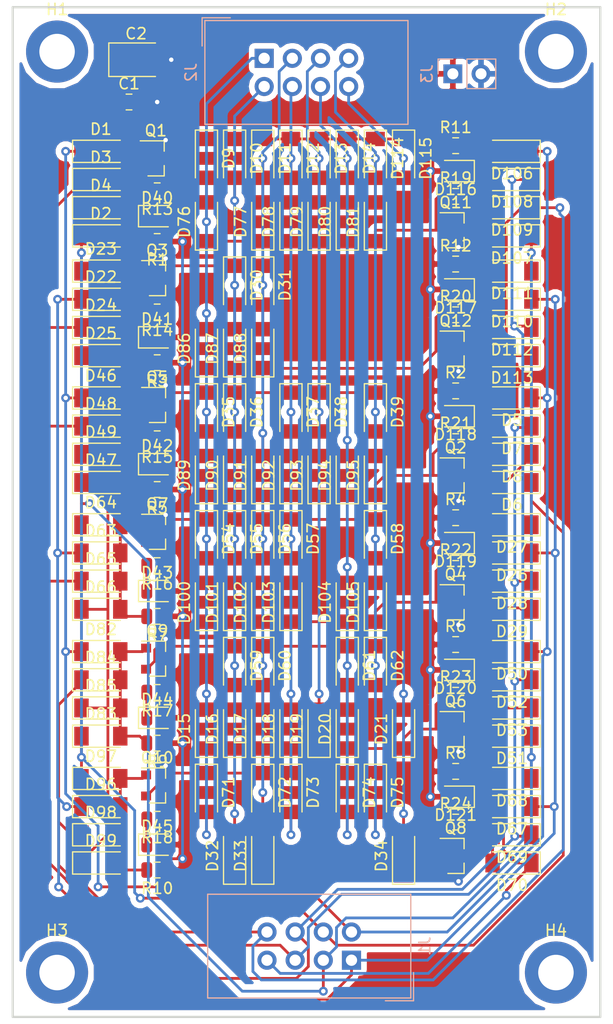
<source format=kicad_pcb>
(kicad_pcb (version 20171130) (host pcbnew "(5.0.1-3-g963ef8bb5)")
  (layers (0 F.Cu signal) (31 B.Cu signal) (34 B.Paste user) (35 F.Paste user) (36 B.SilkS user) (37 F.SilkS user) (38 B.Mask user) (39 F.Mask user) (44 Edge.Cuts user))
  (net 0 "")
  (net 1 VCC)
  (net 2 GND)
  (net 3 "Net-(D1-Pad2)")
  (net 4 /~Q1)
  (net 5 /~Q2)
  (net 6 /~Q4)
  (net 7 /~Q8)
  (net 8 "Net-(D5-Pad2)")
  (net 9 /Q8)
  (net 10 /~W0)
  (net 11 /~Sa)
  (net 12 /~Sb)
  (net 13 /~Sc)
  (net 14 /~Sd)
  (net 15 /~Se)
  (net 16 /~Sf)
  (net 17 /~W10)
  (net 18 /~Sten)
  (net 19 "Net-(D22-Pad2)")
  (net 20 /Q1)
  (net 21 "Net-(D26-Pad2)")
  (net 22 /~W1)
  (net 23 /~W11)
  (net 24 /~W2)
  (net 25 /~Sg)
  (net 26 "Net-(D46-Pad2)")
  (net 27 /Q2)
  (net 28 "Net-(D50-Pad2)")
  (net 29 /~W3)
  (net 30 /~W4)
  (net 31 "Net-(D63-Pad2)")
  (net 32 "Net-(D67-Pad2)")
  (net 33 /~W5)
  (net 34 /~W6)
  (net 35 "Net-(D82-Pad2)")
  (net 36 /Q4)
  (net 37 /~W7)
  (net 38 /~W8)
  (net 39 "Net-(D96-Pad2)")
  (net 40 /~W9)
  (net 41 "Net-(D106-Pad2)")
  (net 42 "Net-(D110-Pad2)")
  (net 43 "Net-(D40-Pad1)")
  (net 44 "Net-(D41-Pad1)")
  (net 45 "Net-(D42-Pad1)")
  (net 46 "Net-(D43-Pad1)")
  (net 47 "Net-(D44-Pad1)")
  (net 48 "Net-(D45-Pad1)")
  (net 49 "Net-(D116-Pad1)")
  (net 50 "Net-(D117-Pad1)")
  (net 51 "Net-(D118-Pad1)")
  (net 52 "Net-(D119-Pad1)")
  (net 53 "Net-(D120-Pad1)")
  (net 54 "Net-(D121-Pad1)")
  (module Connector_IDC:IDC-Header_2x04_P2.54mm_Vertical (layer B.Cu) (at 130.556 119.888 90)
    (fp_text reference J1 (at 1.27 6.604 90) (layer B.SilkS) (effects (justify mirror)))
    (fp_text value In)
    (pad 1 thru_hole rect (at 0 0 90) (size 1.7272 1.7272) (drill 1.016) (layers *.Cu *.Mask) (net 20 /Q1))
    (pad 2 thru_hole oval (at 2.54 0 90) (size 1.7272 1.7272) (drill 1.016) (layers *.Cu *.Mask) (net 4 /~Q1))
    (pad 3 thru_hole oval (at 0 -2.54 90) (size 1.7272 1.7272) (drill 1.016) (layers *.Cu *.Mask) (net 27 /Q2))
    (pad 4 thru_hole oval (at 2.54 -2.54 90) (size 1.7272 1.7272) (drill 1.016) (layers *.Cu *.Mask) (net 5 /~Q2))
    (pad 5 thru_hole oval (at 0 -5.08 90) (size 1.7272 1.7272) (drill 1.016) (layers *.Cu *.Mask) (net 36 /Q4))
    (pad 6 thru_hole oval (at 2.54 -5.08 90) (size 1.7272 1.7272) (drill 1.016) (layers *.Cu *.Mask) (net 6 /~Q4))
    (pad 7 thru_hole oval (at 0 -7.62 90) (size 1.7272 1.7272) (drill 1.016) (layers *.Cu *.Mask) (net 9 /Q8))
    (pad 8 thru_hole oval (at 2.54 -7.62 90) (size 1.7272 1.7272) (drill 1.016) (layers *.Cu *.Mask) (net 7 /~Q8))
  )
  (module Diode_SMD:D_MiniMELF (layer F.Cu) (at 145.034 97.155 180)
    (fp_text reference D53 (at 0 -2 180) (layer F.SilkS))
    (fp_text value D)
    (pad 1 smd rect (at -1.75 0 180) (size 1.3 1.7) (layers F.Cu F.Paste F.Mask) (net 9 /Q8))
    (pad 2 smd rect (at 1.75 0 180) (size 1.3 1.7) (layers F.Cu F.Paste F.Mask) (net 28 "Net-(D50-Pad2)"))
  )
  (module Capacitor_SMD:C_0805_2012Metric (layer F.Cu) (at 110.49 42.545)
    (fp_text reference C1 (at 0 -1.65) (layer F.SilkS))
    (fp_text value 0.1u)
    (pad 1 smd roundrect (at -0.9375 0) (size 0.975 1.4) (layers F.Cu F.Paste F.Mask) (net 1 VCC))
    (pad 2 smd roundrect (at 0.9375 0) (size 0.975 1.4) (layers F.Cu F.Paste F.Mask) (net 2 GND))
  )
  (module Capacitor_Tantalum_SMD:CP_EIA-3528-21_Kemet-B (layer F.Cu) (at 111.125 38.735)
    (fp_text reference C2 (at 0 -2.35) (layer F.SilkS))
    (fp_text value "16u 10v")
    (pad 1 smd roundrect (at -1.5375 0) (size 1.325 2.35) (layers F.Cu F.Paste F.Mask) (roundrect_rratio 0.188679) (net 1 VCC))
    (pad 2 smd roundrect (at 1.5375 0) (size 1.325 2.35) (layers F.Cu F.Paste F.Mask) (roundrect_rratio 0.188679) (net 2 GND))
  )
  (module Diode_SMD:D_MiniMELF (layer F.Cu) (at 107.95 46.99)
    (fp_text reference D1 (at 0 -2) (layer F.SilkS))
    (fp_text value D)
    (pad 2 smd rect (at 1.75 0) (size 1.3 1.7) (layers F.Cu F.Paste F.Mask) (net 3 "Net-(D1-Pad2)"))
    (pad 1 smd rect (at -1.75 0) (size 1.3 1.7) (layers F.Cu F.Paste F.Mask) (net 4 /~Q1))
  )
  (module Diode_SMD:D_MiniMELF (layer F.Cu) (at 107.95 54.61)
    (fp_text reference D2 (at 0 -2) (layer F.SilkS))
    (fp_text value D)
    (pad 2 smd rect (at 1.75 0) (size 1.3 1.7) (layers F.Cu F.Paste F.Mask) (net 3 "Net-(D1-Pad2)"))
    (pad 1 smd rect (at -1.75 0) (size 1.3 1.7) (layers F.Cu F.Paste F.Mask) (net 5 /~Q2))
  )
  (module Diode_SMD:D_MiniMELF (layer F.Cu) (at 107.95 49.53)
    (fp_text reference D3 (at 0 -2) (layer F.SilkS))
    (fp_text value D)
    (pad 2 smd rect (at 1.75 0) (size 1.3 1.7) (layers F.Cu F.Paste F.Mask) (net 3 "Net-(D1-Pad2)"))
    (pad 1 smd rect (at -1.75 0) (size 1.3 1.7) (layers F.Cu F.Paste F.Mask) (net 6 /~Q4))
  )
  (module Diode_SMD:D_MiniMELF (layer F.Cu) (at 107.95 52.07)
    (fp_text reference D4 (at 0 -2) (layer F.SilkS))
    (fp_text value D)
    (pad 2 smd rect (at 1.75 0) (size 1.3 1.7) (layers F.Cu F.Paste F.Mask) (net 3 "Net-(D1-Pad2)"))
    (pad 1 smd rect (at -1.75 0) (size 1.3 1.7) (layers F.Cu F.Paste F.Mask) (net 7 /~Q8))
  )
  (module Diode_SMD:D_MiniMELF (layer F.Cu) (at 145.034 69.215 180)
    (fp_text reference D5 (at 0 -2 180) (layer F.SilkS))
    (fp_text value D)
    (pad 2 smd rect (at 1.75 0 180) (size 1.3 1.7) (layers F.Cu F.Paste F.Mask) (net 8 "Net-(D5-Pad2)"))
    (pad 1 smd rect (at -1.75 0 180) (size 1.3 1.7) (layers F.Cu F.Paste F.Mask) (net 4 /~Q1))
  )
  (module Diode_SMD:D_MiniMELF (layer F.Cu) (at 145.034 76.835 180)
    (fp_text reference D6 (at 0 -2 180) (layer F.SilkS))
    (fp_text value D)
    (pad 1 smd rect (at -1.75 0 180) (size 1.3 1.7) (layers F.Cu F.Paste F.Mask) (net 5 /~Q2))
    (pad 2 smd rect (at 1.75 0 180) (size 1.3 1.7) (layers F.Cu F.Paste F.Mask) (net 8 "Net-(D5-Pad2)"))
  )
  (module Diode_SMD:D_MiniMELF (layer F.Cu) (at 145.034 71.755 180)
    (fp_text reference D7 (at 0 -2 180) (layer F.SilkS))
    (fp_text value D)
    (pad 2 smd rect (at 1.75 0 180) (size 1.3 1.7) (layers F.Cu F.Paste F.Mask) (net 8 "Net-(D5-Pad2)"))
    (pad 1 smd rect (at -1.75 0 180) (size 1.3 1.7) (layers F.Cu F.Paste F.Mask) (net 6 /~Q4))
  )
  (module Diode_SMD:D_MiniMELF (layer F.Cu) (at 145.034 74.295 180)
    (fp_text reference D8 (at 0 -2 180) (layer F.SilkS))
    (fp_text value D)
    (pad 1 smd rect (at -1.75 0 180) (size 1.3 1.7) (layers F.Cu F.Paste F.Mask) (net 9 /Q8))
    (pad 2 smd rect (at 1.75 0 180) (size 1.3 1.7) (layers F.Cu F.Paste F.Mask) (net 8 "Net-(D5-Pad2)"))
  )
  (module Diode_SMD:D_MiniMELF (layer F.Cu) (at 117.475 47.625 270)
    (fp_text reference D9 (at 0 -2 270) (layer F.SilkS))
    (fp_text value D)
    (pad 1 smd rect (at -1.75 0 270) (size 1.3 1.7) (layers F.Cu F.Paste F.Mask) (net 10 /~W0))
    (pad 2 smd rect (at 1.75 0 270) (size 1.3 1.7) (layers F.Cu F.Paste F.Mask) (net 11 /~Sa))
  )
  (module Diode_SMD:D_MiniMELF (layer F.Cu) (at 120.015 47.625 270)
    (fp_text reference D10 (at 0 -2 270) (layer F.SilkS))
    (fp_text value D)
    (pad 2 smd rect (at 1.75 0 270) (size 1.3 1.7) (layers F.Cu F.Paste F.Mask) (net 12 /~Sb))
    (pad 1 smd rect (at -1.75 0 270) (size 1.3 1.7) (layers F.Cu F.Paste F.Mask) (net 10 /~W0))
  )
  (module Diode_SMD:D_MiniMELF (layer F.Cu) (at 122.555 47.625 270)
    (fp_text reference D11 (at 0 -2 270) (layer F.SilkS))
    (fp_text value D)
    (pad 1 smd rect (at -1.75 0 270) (size 1.3 1.7) (layers F.Cu F.Paste F.Mask) (net 10 /~W0))
    (pad 2 smd rect (at 1.75 0 270) (size 1.3 1.7) (layers F.Cu F.Paste F.Mask) (net 13 /~Sc))
  )
  (module Diode_SMD:D_MiniMELF (layer F.Cu) (at 125.095 47.625 270)
    (fp_text reference D12 (at 0 -2 270) (layer F.SilkS))
    (fp_text value D)
    (pad 2 smd rect (at 1.75 0 270) (size 1.3 1.7) (layers F.Cu F.Paste F.Mask) (net 14 /~Sd))
    (pad 1 smd rect (at -1.75 0 270) (size 1.3 1.7) (layers F.Cu F.Paste F.Mask) (net 10 /~W0))
  )
  (module Diode_SMD:D_MiniMELF (layer F.Cu) (at 127.635 47.625 270)
    (fp_text reference D13 (at 0 -2 270) (layer F.SilkS))
    (fp_text value D)
    (pad 1 smd rect (at -1.75 0 270) (size 1.3 1.7) (layers F.Cu F.Paste F.Mask) (net 10 /~W0))
    (pad 2 smd rect (at 1.75 0 270) (size 1.3 1.7) (layers F.Cu F.Paste F.Mask) (net 15 /~Se))
  )
  (module Diode_SMD:D_MiniMELF (layer F.Cu) (at 130.175 47.625 270)
    (fp_text reference D14 (at 0 -2 270) (layer F.SilkS))
    (fp_text value D)
    (pad 1 smd rect (at -1.75 0 270) (size 1.3 1.7) (layers F.Cu F.Paste F.Mask) (net 10 /~W0))
    (pad 2 smd rect (at 1.75 0 270) (size 1.3 1.7) (layers F.Cu F.Paste F.Mask) (net 16 /~Sf))
  )
  (module Diode_SMD:D_MiniMELF (layer F.Cu) (at 117.475 99.06 90)
    (fp_text reference D15 (at 0 -2 90) (layer F.SilkS))
    (fp_text value D)
    (pad 1 smd rect (at -1.75 0 90) (size 1.3 1.7) (layers F.Cu F.Paste F.Mask) (net 17 /~W10))
    (pad 2 smd rect (at 1.75 0 90) (size 1.3 1.7) (layers F.Cu F.Paste F.Mask) (net 11 /~Sa))
  )
  (module Diode_SMD:D_MiniMELF (layer F.Cu) (at 120.015 99.06 90)
    (fp_text reference D16 (at 0 -2 90) (layer F.SilkS))
    (fp_text value D)
    (pad 2 smd rect (at 1.75 0 90) (size 1.3 1.7) (layers F.Cu F.Paste F.Mask) (net 12 /~Sb))
    (pad 1 smd rect (at -1.75 0 90) (size 1.3 1.7) (layers F.Cu F.Paste F.Mask) (net 17 /~W10))
  )
  (module Diode_SMD:D_MiniMELF (layer F.Cu) (at 122.555 99.06 90)
    (fp_text reference D17 (at 0 -2 90) (layer F.SilkS))
    (fp_text value D)
    (pad 1 smd rect (at -1.75 0 90) (size 1.3 1.7) (layers F.Cu F.Paste F.Mask) (net 17 /~W10))
    (pad 2 smd rect (at 1.75 0 90) (size 1.3 1.7) (layers F.Cu F.Paste F.Mask) (net 13 /~Sc))
  )
  (module Diode_SMD:D_MiniMELF (layer F.Cu) (at 125.095 99.06 90)
    (fp_text reference D18 (at 0 -2 90) (layer F.SilkS))
    (fp_text value D)
    (pad 2 smd rect (at 1.75 0 90) (size 1.3 1.7) (layers F.Cu F.Paste F.Mask) (net 14 /~Sd))
    (pad 1 smd rect (at -1.75 0 90) (size 1.3 1.7) (layers F.Cu F.Paste F.Mask) (net 17 /~W10))
  )
  (module Diode_SMD:D_MiniMELF (layer F.Cu) (at 127.635 99.06 90)
    (fp_text reference D19 (at 0 -2 90) (layer F.SilkS))
    (fp_text value D)
    (pad 1 smd rect (at -1.75 0 90) (size 1.3 1.7) (layers F.Cu F.Paste F.Mask) (net 17 /~W10))
    (pad 2 smd rect (at 1.75 0 90) (size 1.3 1.7) (layers F.Cu F.Paste F.Mask) (net 15 /~Se))
  )
  (module Diode_SMD:D_MiniMELF (layer F.Cu) (at 130.175 99.06 90)
    (fp_text reference D20 (at 0 -2 90) (layer F.SilkS))
    (fp_text value D)
    (pad 2 smd rect (at 1.75 0 90) (size 1.3 1.7) (layers F.Cu F.Paste F.Mask) (net 16 /~Sf))
    (pad 1 smd rect (at -1.75 0 90) (size 1.3 1.7) (layers F.Cu F.Paste F.Mask) (net 17 /~W10))
  )
  (module Diode_SMD:D_MiniMELF (layer F.Cu) (at 135.255 99.06 90)
    (fp_text reference D21 (at 0 -2 90) (layer F.SilkS))
    (fp_text value D)
    (pad 1 smd rect (at -1.75 0 90) (size 1.3 1.7) (layers F.Cu F.Paste F.Mask) (net 17 /~W10))
    (pad 2 smd rect (at 1.75 0 90) (size 1.3 1.7) (layers F.Cu F.Paste F.Mask) (net 18 /~Sten))
  )
  (module Diode_SMD:D_MiniMELF (layer F.Cu) (at 107.95 60.325)
    (fp_text reference D22 (at 0 -2) (layer F.SilkS))
    (fp_text value D)
    (pad 2 smd rect (at 1.75 0) (size 1.3 1.7) (layers F.Cu F.Paste F.Mask) (net 19 "Net-(D22-Pad2)"))
    (pad 1 smd rect (at -1.75 0) (size 1.3 1.7) (layers F.Cu F.Paste F.Mask) (net 20 /Q1))
  )
  (module Diode_SMD:D_MiniMELF (layer F.Cu) (at 107.95 57.785)
    (fp_text reference D23 (at 0 -2) (layer F.SilkS))
    (fp_text value D)
    (pad 2 smd rect (at 1.75 0) (size 1.3 1.7) (layers F.Cu F.Paste F.Mask) (net 19 "Net-(D22-Pad2)"))
    (pad 1 smd rect (at -1.75 0) (size 1.3 1.7) (layers F.Cu F.Paste F.Mask) (net 5 /~Q2))
  )
  (module Diode_SMD:D_MiniMELF (layer F.Cu) (at 107.95 62.865)
    (fp_text reference D24 (at 0 -2) (layer F.SilkS))
    (fp_text value D)
    (pad 1 smd rect (at -1.75 0) (size 1.3 1.7) (layers F.Cu F.Paste F.Mask) (net 6 /~Q4))
    (pad 2 smd rect (at 1.75 0) (size 1.3 1.7) (layers F.Cu F.Paste F.Mask) (net 19 "Net-(D22-Pad2)"))
  )
  (module Diode_SMD:D_MiniMELF (layer F.Cu) (at 107.95 65.405)
    (fp_text reference D25 (at 0 -2) (layer F.SilkS))
    (fp_text value D)
    (pad 1 smd rect (at -1.75 0) (size 1.3 1.7) (layers F.Cu F.Paste F.Mask) (net 7 /~Q8))
    (pad 2 smd rect (at 1.75 0) (size 1.3 1.7) (layers F.Cu F.Paste F.Mask) (net 19 "Net-(D22-Pad2)"))
  )
  (module Diode_SMD:D_MiniMELF (layer F.Cu) (at 145.034 83.185 180)
    (fp_text reference D26 (at 0 -2 180) (layer F.SilkS))
    (fp_text value D)
    (pad 2 smd rect (at 1.75 0 180) (size 1.3 1.7) (layers F.Cu F.Paste F.Mask) (net 21 "Net-(D26-Pad2)"))
    (pad 1 smd rect (at -1.75 0 180) (size 1.3 1.7) (layers F.Cu F.Paste F.Mask) (net 20 /Q1))
  )
  (module Diode_SMD:D_MiniMELF (layer F.Cu) (at 145.034 80.645 180)
    (fp_text reference D27 (at 0 -2 180) (layer F.SilkS))
    (fp_text value D)
    (pad 1 smd rect (at -1.75 0 180) (size 1.3 1.7) (layers F.Cu F.Paste F.Mask) (net 5 /~Q2))
    (pad 2 smd rect (at 1.75 0 180) (size 1.3 1.7) (layers F.Cu F.Paste F.Mask) (net 21 "Net-(D26-Pad2)"))
  )
  (module Diode_SMD:D_MiniMELF (layer F.Cu) (at 145.034 85.725 180)
    (fp_text reference D28 (at 0 -2 180) (layer F.SilkS))
    (fp_text value D)
    (pad 2 smd rect (at 1.75 0 180) (size 1.3 1.7) (layers F.Cu F.Paste F.Mask) (net 21 "Net-(D26-Pad2)"))
    (pad 1 smd rect (at -1.75 0 180) (size 1.3 1.7) (layers F.Cu F.Paste F.Mask) (net 6 /~Q4))
  )
  (module Diode_SMD:D_MiniMELF (layer F.Cu) (at 145.034 88.265 180)
    (fp_text reference D29 (at 0 -2 180) (layer F.SilkS))
    (fp_text value D)
    (pad 1 smd rect (at -1.75 0 180) (size 1.3 1.7) (layers F.Cu F.Paste F.Mask) (net 9 /Q8))
    (pad 2 smd rect (at 1.75 0 180) (size 1.3 1.7) (layers F.Cu F.Paste F.Mask) (net 21 "Net-(D26-Pad2)"))
  )
  (module Diode_SMD:D_MiniMELF (layer F.Cu) (at 120.015 59.055 270)
    (fp_text reference D30 (at 0 -2 270) (layer F.SilkS))
    (fp_text value D)
    (pad 2 smd rect (at 1.75 0 270) (size 1.3 1.7) (layers F.Cu F.Paste F.Mask) (net 12 /~Sb))
    (pad 1 smd rect (at -1.75 0 270) (size 1.3 1.7) (layers F.Cu F.Paste F.Mask) (net 22 /~W1))
  )
  (module Diode_SMD:D_MiniMELF (layer F.Cu) (at 122.555 59.055 270)
    (fp_text reference D31 (at 0 -2 270) (layer F.SilkS))
    (fp_text value D)
    (pad 1 smd rect (at -1.75 0 270) (size 1.3 1.7) (layers F.Cu F.Paste F.Mask) (net 22 /~W1))
    (pad 2 smd rect (at 1.75 0 270) (size 1.3 1.7) (layers F.Cu F.Paste F.Mask) (net 13 /~Sc))
  )
  (module Diode_SMD:D_MiniMELF (layer F.Cu) (at 120.015 110.49 90)
    (fp_text reference D32 (at 0 -2 90) (layer F.SilkS))
    (fp_text value D)
    (pad 2 smd rect (at 1.75 0 90) (size 1.3 1.7) (layers F.Cu F.Paste F.Mask) (net 12 /~Sb))
    (pad 1 smd rect (at -1.75 0 90) (size 1.3 1.7) (layers F.Cu F.Paste F.Mask) (net 23 /~W11))
  )
  (module Diode_SMD:D_MiniMELF (layer F.Cu) (at 122.555 110.49 90)
    (fp_text reference D33 (at 0 -2 90) (layer F.SilkS))
    (fp_text value D)
    (pad 1 smd rect (at -1.75 0 90) (size 1.3 1.7) (layers F.Cu F.Paste F.Mask) (net 23 /~W11))
    (pad 2 smd rect (at 1.75 0 90) (size 1.3 1.7) (layers F.Cu F.Paste F.Mask) (net 13 /~Sc))
  )
  (module Diode_SMD:D_MiniMELF (layer F.Cu) (at 135.255 110.49 90)
    (fp_text reference D34 (at 0 -2 90) (layer F.SilkS))
    (fp_text value D)
    (pad 2 smd rect (at 1.75 0 90) (size 1.3 1.7) (layers F.Cu F.Paste F.Mask) (net 18 /~Sten))
    (pad 1 smd rect (at -1.75 0 90) (size 1.3 1.7) (layers F.Cu F.Paste F.Mask) (net 23 /~W11))
  )
  (module Diode_SMD:D_MiniMELF (layer F.Cu) (at 117.475 70.485 270)
    (fp_text reference D35 (at 0 -2 270) (layer F.SilkS))
    (fp_text value D)
    (pad 2 smd rect (at 1.75 0 270) (size 1.3 1.7) (layers F.Cu F.Paste F.Mask) (net 11 /~Sa))
    (pad 1 smd rect (at -1.75 0 270) (size 1.3 1.7) (layers F.Cu F.Paste F.Mask) (net 24 /~W2))
  )
  (module Diode_SMD:D_MiniMELF (layer F.Cu) (at 120.015 70.485 270)
    (fp_text reference D36 (at 0 -2 270) (layer F.SilkS))
    (fp_text value D)
    (pad 1 smd rect (at -1.75 0 270) (size 1.3 1.7) (layers F.Cu F.Paste F.Mask) (net 24 /~W2))
    (pad 2 smd rect (at 1.75 0 270) (size 1.3 1.7) (layers F.Cu F.Paste F.Mask) (net 12 /~Sb))
  )
  (module Diode_SMD:D_MiniMELF (layer F.Cu) (at 125.095 70.485 270)
    (fp_text reference D37 (at 0 -2 270) (layer F.SilkS))
    (fp_text value D)
    (pad 2 smd rect (at 1.75 0 270) (size 1.3 1.7) (layers F.Cu F.Paste F.Mask) (net 14 /~Sd))
    (pad 1 smd rect (at -1.75 0 270) (size 1.3 1.7) (layers F.Cu F.Paste F.Mask) (net 24 /~W2))
  )
  (module Diode_SMD:D_MiniMELF (layer F.Cu) (at 127.635 70.485 270)
    (fp_text reference D38 (at 0 -2 270) (layer F.SilkS))
    (fp_text value D)
    (pad 1 smd rect (at -1.75 0 270) (size 1.3 1.7) (layers F.Cu F.Paste F.Mask) (net 24 /~W2))
    (pad 2 smd rect (at 1.75 0 270) (size 1.3 1.7) (layers F.Cu F.Paste F.Mask) (net 15 /~Se))
  )
  (module Diode_SMD:D_MiniMELF (layer F.Cu) (at 132.715 70.485 270)
    (fp_text reference D39 (at 0 -2 270) (layer F.SilkS))
    (fp_text value D)
    (pad 2 smd rect (at 1.75 0 270) (size 1.3 1.7) (layers F.Cu F.Paste F.Mask) (net 25 /~Sg))
    (pad 1 smd rect (at -1.75 0 270) (size 1.3 1.7) (layers F.Cu F.Paste F.Mask) (net 24 /~W2))
  )
  (module Diode_SMD:D_MiniMELF (layer F.Cu) (at 107.95 69.215)
    (fp_text reference D46 (at 0 -2) (layer F.SilkS))
    (fp_text value D)
    (pad 2 smd rect (at 1.75 0) (size 1.3 1.7) (layers F.Cu F.Paste F.Mask) (net 26 "Net-(D46-Pad2)"))
    (pad 1 smd rect (at -1.75 0) (size 1.3 1.7) (layers F.Cu F.Paste F.Mask) (net 4 /~Q1))
  )
  (module Diode_SMD:D_MiniMELF (layer F.Cu) (at 107.95 76.835)
    (fp_text reference D47 (at 0 -2) (layer F.SilkS))
    (fp_text value D)
    (pad 1 smd rect (at -1.75 0) (size 1.3 1.7) (layers F.Cu F.Paste F.Mask) (net 27 /Q2))
    (pad 2 smd rect (at 1.75 0) (size 1.3 1.7) (layers F.Cu F.Paste F.Mask) (net 26 "Net-(D46-Pad2)"))
  )
  (module Diode_SMD:D_MiniMELF (layer F.Cu) (at 107.95 71.755)
    (fp_text reference D48 (at 0 -2) (layer F.SilkS))
    (fp_text value D)
    (pad 1 smd rect (at -1.75 0) (size 1.3 1.7) (layers F.Cu F.Paste F.Mask) (net 6 /~Q4))
    (pad 2 smd rect (at 1.75 0) (size 1.3 1.7) (layers F.Cu F.Paste F.Mask) (net 26 "Net-(D46-Pad2)"))
  )
  (module Diode_SMD:D_MiniMELF (layer F.Cu) (at 107.95 74.295)
    (fp_text reference D49 (at 0 -2) (layer F.SilkS))
    (fp_text value D)
    (pad 1 smd rect (at -1.75 0) (size 1.3 1.7) (layers F.Cu F.Paste F.Mask) (net 7 /~Q8))
    (pad 2 smd rect (at 1.75 0) (size 1.3 1.7) (layers F.Cu F.Paste F.Mask) (net 26 "Net-(D46-Pad2)"))
  )
  (module Diode_SMD:D_MiniMELF (layer F.Cu) (at 145.034 92.075 180)
    (fp_text reference D50 (at 0 -2 180) (layer F.SilkS))
    (fp_text value D)
    (pad 2 smd rect (at 1.75 0 180) (size 1.3 1.7) (layers F.Cu F.Paste F.Mask) (net 28 "Net-(D50-Pad2)"))
    (pad 1 smd rect (at -1.75 0 180) (size 1.3 1.7) (layers F.Cu F.Paste F.Mask) (net 4 /~Q1))
  )
  (module Diode_SMD:D_MiniMELF (layer F.Cu) (at 145.034 99.695 180)
    (fp_text reference D51 (at 0 -2 180) (layer F.SilkS))
    (fp_text value D)
    (pad 1 smd rect (at -1.75 0 180) (size 1.3 1.7) (layers F.Cu F.Paste F.Mask) (net 27 /Q2))
    (pad 2 smd rect (at 1.75 0 180) (size 1.3 1.7) (layers F.Cu F.Paste F.Mask) (net 28 "Net-(D50-Pad2)"))
  )
  (module Diode_SMD:D_MiniMELF (layer F.Cu) (at 145.034 94.615 180)
    (fp_text reference D52 (at 0 -2 180) (layer F.SilkS))
    (fp_text value D)
    (pad 2 smd rect (at 1.75 0 180) (size 1.3 1.7) (layers F.Cu F.Paste F.Mask) (net 28 "Net-(D50-Pad2)"))
    (pad 1 smd rect (at -1.75 0 180) (size 1.3 1.7) (layers F.Cu F.Paste F.Mask) (net 6 /~Q4))
  )
  (module Diode_SMD:D_MiniMELF (layer F.Cu) (at 117.475 81.915 270)
    (fp_text reference D54 (at 0 -2 270) (layer F.SilkS))
    (fp_text value D)
    (pad 2 smd rect (at 1.75 0 270) (size 1.3 1.7) (layers F.Cu F.Paste F.Mask) (net 11 /~Sa))
    (pad 1 smd rect (at -1.75 0 270) (size 1.3 1.7) (layers F.Cu F.Paste F.Mask) (net 29 /~W3))
  )
  (module Diode_SMD:D_MiniMELF (layer F.Cu) (at 120.015 81.915 270)
    (fp_text reference D55 (at 0 -2 270) (layer F.SilkS))
    (fp_text value D)
    (pad 1 smd rect (at -1.75 0 270) (size 1.3 1.7) (layers F.Cu F.Paste F.Mask) (net 29 /~W3))
    (pad 2 smd rect (at 1.75 0 270) (size 1.3 1.7) (layers F.Cu F.Paste F.Mask) (net 12 /~Sb))
  )
  (module Diode_SMD:D_MiniMELF (layer F.Cu) (at 122.555 81.915 270)
    (fp_text reference D56 (at 0 -2 270) (layer F.SilkS))
    (fp_text value D)
    (pad 2 smd rect (at 1.75 0 270) (size 1.3 1.7) (layers F.Cu F.Paste F.Mask) (net 13 /~Sc))
    (pad 1 smd rect (at -1.75 0 270) (size 1.3 1.7) (layers F.Cu F.Paste F.Mask) (net 29 /~W3))
  )
  (module Diode_SMD:D_MiniMELF (layer F.Cu) (at 125.095 81.915 270)
    (fp_text reference D57 (at 0 -2 270) (layer F.SilkS))
    (fp_text value D)
    (pad 1 smd rect (at -1.75 0 270) (size 1.3 1.7) (layers F.Cu F.Paste F.Mask) (net 29 /~W3))
    (pad 2 smd rect (at 1.75 0 270) (size 1.3 1.7) (layers F.Cu F.Paste F.Mask) (net 14 /~Sd))
  )
  (module Diode_SMD:D_MiniMELF (layer F.Cu) (at 132.715 81.915 270)
    (fp_text reference D58 (at 0 -2 270) (layer F.SilkS))
    (fp_text value D)
    (pad 2 smd rect (at 1.75 0 270) (size 1.3 1.7) (layers F.Cu F.Paste F.Mask) (net 25 /~Sg))
    (pad 1 smd rect (at -1.75 0 270) (size 1.3 1.7) (layers F.Cu F.Paste F.Mask) (net 29 /~W3))
  )
  (module Diode_SMD:D_MiniMELF (layer F.Cu) (at 120.015 93.345 270)
    (fp_text reference D59 (at 0 -2 270) (layer F.SilkS))
    (fp_text value D)
    (pad 1 smd rect (at -1.75 0 270) (size 1.3 1.7) (layers F.Cu F.Paste F.Mask) (net 30 /~W4))
    (pad 2 smd rect (at 1.75 0 270) (size 1.3 1.7) (layers F.Cu F.Paste F.Mask) (net 12 /~Sb))
  )
  (module Diode_SMD:D_MiniMELF (layer F.Cu) (at 122.555 93.345 270)
    (fp_text reference D60 (at 0 -2 270) (layer F.SilkS))
    (fp_text value D)
    (pad 2 smd rect (at 1.75 0 270) (size 1.3 1.7) (layers F.Cu F.Paste F.Mask) (net 13 /~Sc))
    (pad 1 smd rect (at -1.75 0 270) (size 1.3 1.7) (layers F.Cu F.Paste F.Mask) (net 30 /~W4))
  )
  (module Diode_SMD:D_MiniMELF (layer F.Cu) (at 130.175 93.345 270)
    (fp_text reference D61 (at 0 -2 270) (layer F.SilkS))
    (fp_text value D)
    (pad 1 smd rect (at -1.75 0 270) (size 1.3 1.7) (layers F.Cu F.Paste F.Mask) (net 30 /~W4))
    (pad 2 smd rect (at 1.75 0 270) (size 1.3 1.7) (layers F.Cu F.Paste F.Mask) (net 16 /~Sf))
  )
  (module Diode_SMD:D_MiniMELF (layer F.Cu) (at 132.715 93.345 270)
    (fp_text reference D62 (at 0 -2 270) (layer F.SilkS))
    (fp_text value D)
    (pad 2 smd rect (at 1.75 0 270) (size 1.3 1.7) (layers F.Cu F.Paste F.Mask) (net 25 /~Sg))
    (pad 1 smd rect (at -1.75 0 270) (size 1.3 1.7) (layers F.Cu F.Paste F.Mask) (net 30 /~W4))
  )
  (module Diode_SMD:D_MiniMELF (layer F.Cu) (at 107.95 83.185)
    (fp_text reference D63 (at 0 -2) (layer F.SilkS))
    (fp_text value D)
    (pad 1 smd rect (at -1.75 0) (size 1.3 1.7) (layers F.Cu F.Paste F.Mask) (net 20 /Q1))
    (pad 2 smd rect (at 1.75 0) (size 1.3 1.7) (layers F.Cu F.Paste F.Mask) (net 31 "Net-(D63-Pad2)"))
  )
  (module Diode_SMD:D_MiniMELF (layer F.Cu) (at 107.95 80.645)
    (fp_text reference D64 (at 0 -2) (layer F.SilkS))
    (fp_text value D)
    (pad 2 smd rect (at 1.75 0) (size 1.3 1.7) (layers F.Cu F.Paste F.Mask) (net 31 "Net-(D63-Pad2)"))
    (pad 1 smd rect (at -1.75 0) (size 1.3 1.7) (layers F.Cu F.Paste F.Mask) (net 27 /Q2))
  )
  (module Diode_SMD:D_MiniMELF (layer F.Cu) (at 107.95 85.725)
    (fp_text reference D65 (at 0 -2) (layer F.SilkS))
    (fp_text value D)
    (pad 1 smd rect (at -1.75 0) (size 1.3 1.7) (layers F.Cu F.Paste F.Mask) (net 6 /~Q4))
    (pad 2 smd rect (at 1.75 0) (size 1.3 1.7) (layers F.Cu F.Paste F.Mask) (net 31 "Net-(D63-Pad2)"))
  )
  (module Diode_SMD:D_MiniMELF (layer F.Cu) (at 107.95 88.265)
    (fp_text reference D66 (at 0 -2) (layer F.SilkS))
    (fp_text value D)
    (pad 1 smd rect (at -1.75 0) (size 1.3 1.7) (layers F.Cu F.Paste F.Mask) (net 7 /~Q8))
    (pad 2 smd rect (at 1.75 0) (size 1.3 1.7) (layers F.Cu F.Paste F.Mask) (net 31 "Net-(D63-Pad2)"))
  )
  (module Diode_SMD:D_MiniMELF (layer F.Cu) (at 145.034 106.045 180)
    (fp_text reference D67 (at 0 -2 180) (layer F.SilkS))
    (fp_text value D)
    (pad 2 smd rect (at 1.75 0 180) (size 1.3 1.7) (layers F.Cu F.Paste F.Mask) (net 32 "Net-(D67-Pad2)"))
    (pad 1 smd rect (at -1.75 0 180) (size 1.3 1.7) (layers F.Cu F.Paste F.Mask) (net 20 /Q1))
  )
  (module Diode_SMD:D_MiniMELF (layer F.Cu) (at 145.034 103.505 180)
    (fp_text reference D68 (at 0 -2 180) (layer F.SilkS))
    (fp_text value D)
    (pad 1 smd rect (at -1.75 0 180) (size 1.3 1.7) (layers F.Cu F.Paste F.Mask) (net 27 /Q2))
    (pad 2 smd rect (at 1.75 0 180) (size 1.3 1.7) (layers F.Cu F.Paste F.Mask) (net 32 "Net-(D67-Pad2)"))
  )
  (module Diode_SMD:D_MiniMELF (layer F.Cu) (at 145.034 108.585 180)
    (fp_text reference D69 (at 0 -2 180) (layer F.SilkS))
    (fp_text value D)
    (pad 2 smd rect (at 1.75 0 180) (size 1.3 1.7) (layers F.Cu F.Paste F.Mask) (net 32 "Net-(D67-Pad2)"))
    (pad 1 smd rect (at -1.75 0 180) (size 1.3 1.7) (layers F.Cu F.Paste F.Mask) (net 6 /~Q4))
  )
  (module Diode_SMD:D_MiniMELF (layer F.Cu) (at 145.034 111.125 180)
    (fp_text reference D70 (at 0 -2 180) (layer F.SilkS))
    (fp_text value D)
    (pad 1 smd rect (at -1.75 0 180) (size 1.3 1.7) (layers F.Cu F.Paste F.Mask) (net 9 /Q8))
    (pad 2 smd rect (at 1.75 0 180) (size 1.3 1.7) (layers F.Cu F.Paste F.Mask) (net 32 "Net-(D67-Pad2)"))
  )
  (module Diode_SMD:D_MiniMELF (layer F.Cu) (at 117.475 104.775 270)
    (fp_text reference D71 (at 0 -2 270) (layer F.SilkS))
    (fp_text value D)
    (pad 1 smd rect (at -1.75 0 270) (size 1.3 1.7) (layers F.Cu F.Paste F.Mask) (net 33 /~W5))
    (pad 2 smd rect (at 1.75 0 270) (size 1.3 1.7) (layers F.Cu F.Paste F.Mask) (net 11 /~Sa))
  )
  (module Diode_SMD:D_MiniMELF (layer F.Cu) (at 122.555 104.775 270)
    (fp_text reference D72 (at 0 -2 270) (layer F.SilkS))
    (fp_text value D)
    (pad 2 smd rect (at 1.75 0 270) (size 1.3 1.7) (layers F.Cu F.Paste F.Mask) (net 13 /~Sc))
    (pad 1 smd rect (at -1.75 0 270) (size 1.3 1.7) (layers F.Cu F.Paste F.Mask) (net 33 /~W5))
  )
  (module Diode_SMD:D_MiniMELF (layer F.Cu) (at 125.095 104.775 270)
    (fp_text reference D73 (at 0 -2 270) (layer F.SilkS))
    (fp_text value D)
    (pad 1 smd rect (at -1.75 0 270) (size 1.3 1.7) (layers F.Cu F.Paste F.Mask) (net 33 /~W5))
    (pad 2 smd rect (at 1.75 0 270) (size 1.3 1.7) (layers F.Cu F.Paste F.Mask) (net 14 /~Sd))
  )
  (module Diode_SMD:D_MiniMELF (layer F.Cu) (at 130.175 104.775 270)
    (fp_text reference D74 (at 0 -2 270) (layer F.SilkS))
    (fp_text value D)
    (pad 2 smd rect (at 1.75 0 270) (size 1.3 1.7) (layers F.Cu F.Paste F.Mask) (net 16 /~Sf))
    (pad 1 smd rect (at -1.75 0 270) (size 1.3 1.7) (layers F.Cu F.Paste F.Mask) (net 33 /~W5))
  )
  (module Diode_SMD:D_MiniMELF (layer F.Cu) (at 132.715 104.775 270)
    (fp_text reference D75 (at 0 -2 270) (layer F.SilkS))
    (fp_text value D)
    (pad 1 smd rect (at -1.75 0 270) (size 1.3 1.7) (layers F.Cu F.Paste F.Mask) (net 33 /~W5))
    (pad 2 smd rect (at 1.75 0 270) (size 1.3 1.7) (layers F.Cu F.Paste F.Mask) (net 25 /~Sg))
  )
  (module Diode_SMD:D_MiniMELF (layer F.Cu) (at 117.475 53.34 90)
    (fp_text reference D76 (at 0 -2 90) (layer F.SilkS))
    (fp_text value D)
    (pad 2 smd rect (at 1.75 0 90) (size 1.3 1.7) (layers F.Cu F.Paste F.Mask) (net 11 /~Sa))
    (pad 1 smd rect (at -1.75 0 90) (size 1.3 1.7) (layers F.Cu F.Paste F.Mask) (net 34 /~W6))
  )
  (module Diode_SMD:D_MiniMELF (layer F.Cu) (at 122.555 53.34 90)
    (fp_text reference D77 (at 0 -2 90) (layer F.SilkS))
    (fp_text value D)
    (pad 1 smd rect (at -1.75 0 90) (size 1.3 1.7) (layers F.Cu F.Paste F.Mask) (net 34 /~W6))
    (pad 2 smd rect (at 1.75 0 90) (size 1.3 1.7) (layers F.Cu F.Paste F.Mask) (net 13 /~Sc))
  )
  (module Diode_SMD:D_MiniMELF (layer F.Cu) (at 125.095 53.34 90)
    (fp_text reference D78 (at 0 -2 90) (layer F.SilkS))
    (fp_text value D)
    (pad 2 smd rect (at 1.75 0 90) (size 1.3 1.7) (layers F.Cu F.Paste F.Mask) (net 14 /~Sd))
    (pad 1 smd rect (at -1.75 0 90) (size 1.3 1.7) (layers F.Cu F.Paste F.Mask) (net 34 /~W6))
  )
  (module Diode_SMD:D_MiniMELF (layer F.Cu) (at 127.635 53.34 90)
    (fp_text reference D79 (at 0 -2 90) (layer F.SilkS))
    (fp_text value D)
    (pad 1 smd rect (at -1.75 0 90) (size 1.3 1.7) (layers F.Cu F.Paste F.Mask) (net 34 /~W6))
    (pad 2 smd rect (at 1.75 0 90) (size 1.3 1.7) (layers F.Cu F.Paste F.Mask) (net 15 /~Se))
  )
  (module Diode_SMD:D_MiniMELF (layer F.Cu) (at 130.175 53.34 90)
    (fp_text reference D80 (at 0 -2 90) (layer F.SilkS))
    (fp_text value D)
    (pad 2 smd rect (at 1.75 0 90) (size 1.3 1.7) (layers F.Cu F.Paste F.Mask) (net 16 /~Sf))
    (pad 1 smd rect (at -1.75 0 90) (size 1.3 1.7) (layers F.Cu F.Paste F.Mask) (net 34 /~W6))
  )
  (module Diode_SMD:D_MiniMELF (layer F.Cu) (at 132.715 53.34 90)
    (fp_text reference D81 (at 0 -2 90) (layer F.SilkS))
    (fp_text value D)
    (pad 1 smd rect (at -1.75 0 90) (size 1.3 1.7) (layers F.Cu F.Paste F.Mask) (net 34 /~W6))
    (pad 2 smd rect (at 1.75 0 90) (size 1.3 1.7) (layers F.Cu F.Paste F.Mask) (net 25 /~Sg))
  )
  (module Diode_SMD:D_MiniMELF (layer F.Cu) (at 107.95 92.075)
    (fp_text reference D82 (at 0 -2) (layer F.SilkS))
    (fp_text value D)
    (pad 2 smd rect (at 1.75 0) (size 1.3 1.7) (layers F.Cu F.Paste F.Mask) (net 35 "Net-(D82-Pad2)"))
    (pad 1 smd rect (at -1.75 0) (size 1.3 1.7) (layers F.Cu F.Paste F.Mask) (net 4 /~Q1))
  )
  (module Diode_SMD:D_MiniMELF (layer F.Cu) (at 107.95 99.695)
    (fp_text reference D83 (at 0 -2) (layer F.SilkS))
    (fp_text value D)
    (pad 1 smd rect (at -1.75 0) (size 1.3 1.7) (layers F.Cu F.Paste F.Mask) (net 5 /~Q2))
    (pad 2 smd rect (at 1.75 0) (size 1.3 1.7) (layers F.Cu F.Paste F.Mask) (net 35 "Net-(D82-Pad2)"))
  )
  (module Diode_SMD:D_MiniMELF (layer F.Cu) (at 107.95 94.615)
    (fp_text reference D84 (at 0 -2) (layer F.SilkS))
    (fp_text value D)
    (pad 2 smd rect (at 1.75 0) (size 1.3 1.7) (layers F.Cu F.Paste F.Mask) (net 35 "Net-(D82-Pad2)"))
    (pad 1 smd rect (at -1.75 0) (size 1.3 1.7) (layers F.Cu F.Paste F.Mask) (net 36 /Q4))
  )
  (module Diode_SMD:D_MiniMELF (layer F.Cu) (at 107.95 97.155)
    (fp_text reference D85 (at 0 -2) (layer F.SilkS))
    (fp_text value D)
    (pad 1 smd rect (at -1.75 0) (size 1.3 1.7) (layers F.Cu F.Paste F.Mask) (net 7 /~Q8))
    (pad 2 smd rect (at 1.75 0) (size 1.3 1.7) (layers F.Cu F.Paste F.Mask) (net 35 "Net-(D82-Pad2)"))
  )
  (module Diode_SMD:D_MiniMELF (layer F.Cu) (at 117.475 64.77 90)
    (fp_text reference D86 (at 0 -2 90) (layer F.SilkS))
    (fp_text value D)
    (pad 1 smd rect (at -1.75 0 90) (size 1.3 1.7) (layers F.Cu F.Paste F.Mask) (net 37 /~W7))
    (pad 2 smd rect (at 1.75 0 90) (size 1.3 1.7) (layers F.Cu F.Paste F.Mask) (net 11 /~Sa))
  )
  (module Diode_SMD:D_MiniMELF (layer F.Cu) (at 120.015 64.77 90)
    (fp_text reference D87 (at 0 -2 90) (layer F.SilkS))
    (fp_text value D)
    (pad 2 smd rect (at 1.75 0 90) (size 1.3 1.7) (layers F.Cu F.Paste F.Mask) (net 12 /~Sb))
    (pad 1 smd rect (at -1.75 0 90) (size 1.3 1.7) (layers F.Cu F.Paste F.Mask) (net 37 /~W7))
  )
  (module Diode_SMD:D_MiniMELF (layer F.Cu) (at 122.555 64.77 90)
    (fp_text reference D88 (at 0 -2 90) (layer F.SilkS))
    (fp_text value D)
    (pad 1 smd rect (at -1.75 0 90) (size 1.3 1.7) (layers F.Cu F.Paste F.Mask) (net 37 /~W7))
    (pad 2 smd rect (at 1.75 0 90) (size 1.3 1.7) (layers F.Cu F.Paste F.Mask) (net 13 /~Sc))
  )
  (module Diode_SMD:D_MiniMELF (layer F.Cu) (at 117.475 76.2 90)
    (fp_text reference D89 (at 0 -2 90) (layer F.SilkS))
    (fp_text value D)
    (pad 2 smd rect (at 1.75 0 90) (size 1.3 1.7) (layers F.Cu F.Paste F.Mask) (net 11 /~Sa))
    (pad 1 smd rect (at -1.75 0 90) (size 1.3 1.7) (layers F.Cu F.Paste F.Mask) (net 38 /~W8))
  )
  (module Diode_SMD:D_MiniMELF (layer F.Cu) (at 120.015 76.2 90)
    (fp_text reference D90 (at 0 -2 90) (layer F.SilkS))
    (fp_text value D)
    (pad 1 smd rect (at -1.75 0 90) (size 1.3 1.7) (layers F.Cu F.Paste F.Mask) (net 38 /~W8))
    (pad 2 smd rect (at 1.75 0 90) (size 1.3 1.7) (layers F.Cu F.Paste F.Mask) (net 12 /~Sb))
  )
  (module Diode_SMD:D_MiniMELF (layer F.Cu) (at 122.555 76.2 90)
    (fp_text reference D91 (at 0 -2 90) (layer F.SilkS))
    (fp_text value D)
    (pad 2 smd rect (at 1.75 0 90) (size 1.3 1.7) (layers F.Cu F.Paste F.Mask) (net 13 /~Sc))
    (pad 1 smd rect (at -1.75 0 90) (size 1.3 1.7) (layers F.Cu F.Paste F.Mask) (net 38 /~W8))
  )
  (module Diode_SMD:D_MiniMELF (layer F.Cu) (at 125.095 76.2 90)
    (fp_text reference D92 (at 0 -2 90) (layer F.SilkS))
    (fp_text value D)
    (pad 1 smd rect (at -1.75 0 90) (size 1.3 1.7) (layers F.Cu F.Paste F.Mask) (net 38 /~W8))
    (pad 2 smd rect (at 1.75 0 90) (size 1.3 1.7) (layers F.Cu F.Paste F.Mask) (net 14 /~Sd))
  )
  (module Diode_SMD:D_MiniMELF (layer F.Cu) (at 127.635 76.2 90)
    (fp_text reference D93 (at 0 -2 90) (layer F.SilkS))
    (fp_text value D)
    (pad 2 smd rect (at 1.75 0 90) (size 1.3 1.7) (layers F.Cu F.Paste F.Mask) (net 15 /~Se))
    (pad 1 smd rect (at -1.75 0 90) (size 1.3 1.7) (layers F.Cu F.Paste F.Mask) (net 38 /~W8))
  )
  (module Diode_SMD:D_MiniMELF (layer F.Cu) (at 130.175 76.2 90)
    (fp_text reference D94 (at 0 -2 90) (layer F.SilkS))
    (fp_text value D)
    (pad 2 smd rect (at 1.75 0 90) (size 1.3 1.7) (layers F.Cu F.Paste F.Mask) (net 16 /~Sf))
    (pad 1 smd rect (at -1.75 0 90) (size 1.3 1.7) (layers F.Cu F.Paste F.Mask) (net 38 /~W8))
  )
  (module Diode_SMD:D_MiniMELF (layer F.Cu) (at 132.715 76.2 90)
    (fp_text reference D95 (at 0 -2 90) (layer F.SilkS))
    (fp_text value D)
    (pad 1 smd rect (at -1.75 0 90) (size 1.3 1.7) (layers F.Cu F.Paste F.Mask) (net 38 /~W8))
    (pad 2 smd rect (at 1.75 0 90) (size 1.3 1.7) (layers F.Cu F.Paste F.Mask) (net 25 /~Sg))
  )
  (module Diode_SMD:D_MiniMELF (layer F.Cu) (at 107.95 106.045)
    (fp_text reference D96 (at 0 -2) (layer F.SilkS))
    (fp_text value D)
    (pad 2 smd rect (at 1.75 0) (size 1.3 1.7) (layers F.Cu F.Paste F.Mask) (net 39 "Net-(D96-Pad2)"))
    (pad 1 smd rect (at -1.75 0) (size 1.3 1.7) (layers F.Cu F.Paste F.Mask) (net 20 /Q1))
  )
  (module Diode_SMD:D_MiniMELF (layer F.Cu) (at 107.95 103.505)
    (fp_text reference D97 (at 0 -2) (layer F.SilkS))
    (fp_text value D)
    (pad 1 smd rect (at -1.75 0) (size 1.3 1.7) (layers F.Cu F.Paste F.Mask) (net 5 /~Q2))
    (pad 2 smd rect (at 1.75 0) (size 1.3 1.7) (layers F.Cu F.Paste F.Mask) (net 39 "Net-(D96-Pad2)"))
  )
  (module Diode_SMD:D_MiniMELF (layer F.Cu) (at 107.95 108.585)
    (fp_text reference D98 (at 0 -2) (layer F.SilkS))
    (fp_text value D)
    (pad 2 smd rect (at 1.75 0) (size 1.3 1.7) (layers F.Cu F.Paste F.Mask) (net 39 "Net-(D96-Pad2)"))
    (pad 1 smd rect (at -1.75 0) (size 1.3 1.7) (layers F.Cu F.Paste F.Mask) (net 36 /Q4))
  )
  (module Diode_SMD:D_MiniMELF (layer F.Cu) (at 107.95 111.125)
    (fp_text reference D99 (at 0 -2) (layer F.SilkS))
    (fp_text value D)
    (pad 1 smd rect (at -1.75 0) (size 1.3 1.7) (layers F.Cu F.Paste F.Mask) (net 7 /~Q8))
    (pad 2 smd rect (at 1.75 0) (size 1.3 1.7) (layers F.Cu F.Paste F.Mask) (net 39 "Net-(D96-Pad2)"))
  )
  (module Diode_SMD:D_MiniMELF (layer F.Cu) (at 117.475 87.63 90)
    (fp_text reference D100 (at 0 -2 90) (layer F.SilkS))
    (fp_text value D)
    (pad 1 smd rect (at -1.75 0 90) (size 1.3 1.7) (layers F.Cu F.Paste F.Mask) (net 40 /~W9))
    (pad 2 smd rect (at 1.75 0 90) (size 1.3 1.7) (layers F.Cu F.Paste F.Mask) (net 11 /~Sa))
  )
  (module Diode_SMD:D_MiniMELF (layer F.Cu) (at 120.015 87.63 90)
    (fp_text reference D101 (at 0 -2 90) (layer F.SilkS))
    (fp_text value D)
    (pad 2 smd rect (at 1.75 0 90) (size 1.3 1.7) (layers F.Cu F.Paste F.Mask) (net 12 /~Sb))
    (pad 1 smd rect (at -1.75 0 90) (size 1.3 1.7) (layers F.Cu F.Paste F.Mask) (net 40 /~W9))
  )
  (module Diode_SMD:D_MiniMELF (layer F.Cu) (at 122.555 87.63 90)
    (fp_text reference D102 (at 0 -2 90) (layer F.SilkS))
    (fp_text value D)
    (pad 1 smd rect (at -1.75 0 90) (size 1.3 1.7) (layers F.Cu F.Paste F.Mask) (net 40 /~W9))
    (pad 2 smd rect (at 1.75 0 90) (size 1.3 1.7) (layers F.Cu F.Paste F.Mask) (net 13 /~Sc))
  )
  (module Diode_SMD:D_MiniMELF (layer F.Cu) (at 125.095 87.63 90)
    (fp_text reference D103 (at 0 -2 90) (layer F.SilkS))
    (fp_text value D)
    (pad 2 smd rect (at 1.75 0 90) (size 1.3 1.7) (layers F.Cu F.Paste F.Mask) (net 14 /~Sd))
    (pad 1 smd rect (at -1.75 0 90) (size 1.3 1.7) (layers F.Cu F.Paste F.Mask) (net 40 /~W9))
  )
  (module Diode_SMD:D_MiniMELF (layer F.Cu) (at 130.175 87.63 90)
    (fp_text reference D104 (at 0 -2 90) (layer F.SilkS))
    (fp_text value D)
    (pad 1 smd rect (at -1.75 0 90) (size 1.3 1.7) (layers F.Cu F.Paste F.Mask) (net 40 /~W9))
    (pad 2 smd rect (at 1.75 0 90) (size 1.3 1.7) (layers F.Cu F.Paste F.Mask) (net 16 /~Sf))
  )
  (module Diode_SMD:D_MiniMELF (layer F.Cu) (at 132.715 87.63 90)
    (fp_text reference D105 (at 0 -2 90) (layer F.SilkS))
    (fp_text value D)
    (pad 2 smd rect (at 1.75 0 90) (size 1.3 1.7) (layers F.Cu F.Paste F.Mask) (net 25 /~Sg))
    (pad 1 smd rect (at -1.75 0 90) (size 1.3 1.7) (layers F.Cu F.Paste F.Mask) (net 40 /~W9))
  )
  (module Diode_SMD:D_MiniMELF (layer F.Cu) (at 145.034 46.99 180)
    (fp_text reference D106 (at 0 -2 180) (layer F.SilkS))
    (fp_text value D)
    (pad 2 smd rect (at 1.75 0 180) (size 1.3 1.7) (layers F.Cu F.Paste F.Mask) (net 41 "Net-(D106-Pad2)"))
    (pad 1 smd rect (at -1.75 0 180) (size 1.3 1.7) (layers F.Cu F.Paste F.Mask) (net 4 /~Q1))
  )
  (module Diode_SMD:D_MiniMELF (layer F.Cu) (at 145.034 54.61 180)
    (fp_text reference D107 (at 0 -2 180) (layer F.SilkS))
    (fp_text value D)
    (pad 1 smd rect (at -1.75 0 180) (size 1.3 1.7) (layers F.Cu F.Paste F.Mask) (net 27 /Q2))
    (pad 2 smd rect (at 1.75 0 180) (size 1.3 1.7) (layers F.Cu F.Paste F.Mask) (net 41 "Net-(D106-Pad2)"))
  )
  (module Diode_SMD:D_MiniMELF (layer F.Cu) (at 145.034 49.53 180)
    (fp_text reference D108 (at 0 -2 180) (layer F.SilkS))
    (fp_text value D)
    (pad 2 smd rect (at 1.75 0 180) (size 1.3 1.7) (layers F.Cu F.Paste F.Mask) (net 41 "Net-(D106-Pad2)"))
    (pad 1 smd rect (at -1.75 0 180) (size 1.3 1.7) (layers F.Cu F.Paste F.Mask) (net 36 /Q4))
  )
  (module Diode_SMD:D_MiniMELF (layer F.Cu) (at 145.034 52.07 180)
    (fp_text reference D109 (at 0 -2 180) (layer F.SilkS))
    (fp_text value D)
    (pad 1 smd rect (at -1.75 0 180) (size 1.3 1.7) (layers F.Cu F.Paste F.Mask) (net 7 /~Q8))
    (pad 2 smd rect (at 1.75 0 180) (size 1.3 1.7) (layers F.Cu F.Paste F.Mask) (net 41 "Net-(D106-Pad2)"))
  )
  (module Diode_SMD:D_MiniMELF (layer F.Cu) (at 145.034 60.325 180)
    (fp_text reference D110 (at 0 -2 180) (layer F.SilkS))
    (fp_text value D)
    (pad 2 smd rect (at 1.75 0 180) (size 1.3 1.7) (layers F.Cu F.Paste F.Mask) (net 42 "Net-(D110-Pad2)"))
    (pad 1 smd rect (at -1.75 0 180) (size 1.3 1.7) (layers F.Cu F.Paste F.Mask) (net 20 /Q1))
  )
  (module Diode_SMD:D_MiniMELF (layer F.Cu) (at 145.034 57.785 180)
    (fp_text reference D111 (at 0 -2 180) (layer F.SilkS))
    (fp_text value D)
    (pad 1 smd rect (at -1.75 0 180) (size 1.3 1.7) (layers F.Cu F.Paste F.Mask) (net 27 /Q2))
    (pad 2 smd rect (at 1.75 0 180) (size 1.3 1.7) (layers F.Cu F.Paste F.Mask) (net 42 "Net-(D110-Pad2)"))
  )
  (module Diode_SMD:D_MiniMELF (layer F.Cu) (at 145.034 62.865 180)
    (fp_text reference D112 (at 0 -2 180) (layer F.SilkS))
    (fp_text value D)
    (pad 2 smd rect (at 1.75 0 180) (size 1.3 1.7) (layers F.Cu F.Paste F.Mask) (net 42 "Net-(D110-Pad2)"))
    (pad 1 smd rect (at -1.75 0 180) (size 1.3 1.7) (layers F.Cu F.Paste F.Mask) (net 36 /Q4))
  )
  (module Diode_SMD:D_MiniMELF (layer F.Cu) (at 145.034 65.405 180)
    (fp_text reference D113 (at 0 -2 180) (layer F.SilkS))
    (fp_text value D)
    (pad 1 smd rect (at -1.75 0 180) (size 1.3 1.7) (layers F.Cu F.Paste F.Mask) (net 7 /~Q8))
    (pad 2 smd rect (at 1.75 0 180) (size 1.3 1.7) (layers F.Cu F.Paste F.Mask) (net 42 "Net-(D110-Pad2)"))
  )
  (module Connector_IDC:IDC-Header_2x04_P2.54mm_Vertical (layer B.Cu) (at 122.682 38.608 270)
    (fp_text reference J2 (at 1.27 6.604 270) (layer B.SilkS) (effects (justify mirror)))
    (fp_text value Out)
    (pad 8 thru_hole oval (at 2.54 -7.62 270) (size 1.7272 1.7272) (drill 1.016) (layers *.Cu *.Mask) (net 18 /~Sten))
    (pad 7 thru_hole oval (at 0 -7.62 270) (size 1.7272 1.7272) (drill 1.016) (layers *.Cu *.Mask) (net 25 /~Sg))
    (pad 6 thru_hole oval (at 2.54 -5.08 270) (size 1.7272 1.7272) (drill 1.016) (layers *.Cu *.Mask) (net 16 /~Sf))
    (pad 5 thru_hole oval (at 0 -5.08 270) (size 1.7272 1.7272) (drill 1.016) (layers *.Cu *.Mask) (net 15 /~Se))
    (pad 4 thru_hole oval (at 2.54 -2.54 270) (size 1.7272 1.7272) (drill 1.016) (layers *.Cu *.Mask) (net 14 /~Sd))
    (pad 3 thru_hole oval (at 0 -2.54 270) (size 1.7272 1.7272) (drill 1.016) (layers *.Cu *.Mask) (net 13 /~Sc))
    (pad 2 thru_hole oval (at 2.54 0 270) (size 1.7272 1.7272) (drill 1.016) (layers *.Cu *.Mask) (net 12 /~Sb))
    (pad 1 thru_hole rect (at 0 0 270) (size 1.7272 1.7272) (drill 1.016) (layers *.Cu *.Mask) (net 11 /~Sa))
  )
  (module Connector_PinHeader_2.54mm:PinHeader_1x02_P2.54mm_Vertical (layer B.Cu) (at 139.7 40.005 270)
    (fp_text reference J3 (at 0 2.33 270) (layer B.SilkS) (effects (justify mirror)))
    (fp_text value Power)
    (pad 1 thru_hole rect (at 0 0 270) (size 1.7 1.7) (drill 1) (layers *.Cu *.Mask) (net 1 VCC))
    (pad 2 thru_hole oval (at 0 -2.54 270) (size 1.7 1.7) (drill 1) (layers *.Cu *.Mask) (net 2 GND))
  )
  (module Package_TO_SOT_SMD:SOT-23 (layer F.Cu) (at 112.903 47.625)
    (fp_text reference Q1 (at 0 -2.5) (layer F.SilkS))
    (fp_text value 2N7002)
    (pad 3 smd rect (at 1 0) (size 0.9 0.8) (layers F.Cu F.Paste F.Mask) (net 10 /~W0))
    (pad 2 smd rect (at -1 0.95) (size 0.9 0.8) (layers F.Cu F.Paste F.Mask) (net 2 GND))
    (pad 1 smd rect (at -1 -0.95) (size 0.9 0.8) (layers F.Cu F.Paste F.Mask) (net 3 "Net-(D1-Pad2)"))
  )
  (module Package_TO_SOT_SMD:SOT-23 (layer F.Cu) (at 139.954 76.2)
    (fp_text reference Q2 (at 0 -2.5) (layer F.SilkS))
    (fp_text value 2N7002)
    (pad 3 smd rect (at 1 0) (size 0.9 0.8) (layers F.Cu F.Paste F.Mask) (net 38 /~W8))
    (pad 2 smd rect (at -1 0.95) (size 0.9 0.8) (layers F.Cu F.Paste F.Mask) (net 2 GND))
    (pad 1 smd rect (at -1 -0.95) (size 0.9 0.8) (layers F.Cu F.Paste F.Mask) (net 8 "Net-(D5-Pad2)"))
  )
  (module Package_TO_SOT_SMD:SOT-23 (layer F.Cu) (at 113.03 58.42)
    (fp_text reference Q3 (at 0 -2.5) (layer F.SilkS))
    (fp_text value 2N7002)
    (pad 1 smd rect (at -1 -0.95) (size 0.9 0.8) (layers F.Cu F.Paste F.Mask) (net 19 "Net-(D22-Pad2)"))
    (pad 2 smd rect (at -1 0.95) (size 0.9 0.8) (layers F.Cu F.Paste F.Mask) (net 2 GND))
    (pad 3 smd rect (at 1 0) (size 0.9 0.8) (layers F.Cu F.Paste F.Mask) (net 22 /~W1))
  )
  (module Package_TO_SOT_SMD:SOT-23 (layer F.Cu) (at 139.954 87.63)
    (fp_text reference Q4 (at 0 -2.5) (layer F.SilkS))
    (fp_text value 2N7002)
    (pad 1 smd rect (at -1 -0.95) (size 0.9 0.8) (layers F.Cu F.Paste F.Mask) (net 21 "Net-(D26-Pad2)"))
    (pad 2 smd rect (at -1 0.95) (size 0.9 0.8) (layers F.Cu F.Paste F.Mask) (net 2 GND))
    (pad 3 smd rect (at 1 0) (size 0.9 0.8) (layers F.Cu F.Paste F.Mask) (net 40 /~W9))
  )
  (module Package_TO_SOT_SMD:SOT-23 (layer F.Cu) (at 113.03 69.85)
    (fp_text reference Q5 (at 0 -2.5) (layer F.SilkS))
    (fp_text value 2N7002)
    (pad 1 smd rect (at -1 -0.95) (size 0.9 0.8) (layers F.Cu F.Paste F.Mask) (net 26 "Net-(D46-Pad2)"))
    (pad 2 smd rect (at -1 0.95) (size 0.9 0.8) (layers F.Cu F.Paste F.Mask) (net 2 GND))
    (pad 3 smd rect (at 1 0) (size 0.9 0.8) (layers F.Cu F.Paste F.Mask) (net 24 /~W2))
  )
  (module Package_TO_SOT_SMD:SOT-23 (layer F.Cu) (at 139.954 99.06)
    (fp_text reference Q6 (at 0 -2.5) (layer F.SilkS))
    (fp_text value 2N7002)
    (pad 3 smd rect (at 1 0) (size 0.9 0.8) (layers F.Cu F.Paste F.Mask) (net 17 /~W10))
    (pad 2 smd rect (at -1 0.95) (size 0.9 0.8) (layers F.Cu F.Paste F.Mask) (net 2 GND))
    (pad 1 smd rect (at -1 -0.95) (size 0.9 0.8) (layers F.Cu F.Paste F.Mask) (net 28 "Net-(D50-Pad2)"))
  )
  (module Package_TO_SOT_SMD:SOT-23 (layer F.Cu) (at 113.03 81.28)
    (fp_text reference Q7 (at 0 -2.5) (layer F.SilkS))
    (fp_text value 2N7002)
    (pad 1 smd rect (at -1 -0.95) (size 0.9 0.8) (layers F.Cu F.Paste F.Mask) (net 31 "Net-(D63-Pad2)"))
    (pad 2 smd rect (at -1 0.95) (size 0.9 0.8) (layers F.Cu F.Paste F.Mask) (net 2 GND))
    (pad 3 smd rect (at 1 0) (size 0.9 0.8) (layers F.Cu F.Paste F.Mask) (net 29 /~W3))
  )
  (module Package_TO_SOT_SMD:SOT-23 (layer F.Cu) (at 139.954 110.49)
    (fp_text reference Q8 (at 0 -2.5) (layer F.SilkS))
    (fp_text value 2N7002)
    (pad 1 smd rect (at -1 -0.95) (size 0.9 0.8) (layers F.Cu F.Paste F.Mask) (net 32 "Net-(D67-Pad2)"))
    (pad 2 smd rect (at -1 0.95) (size 0.9 0.8) (layers F.Cu F.Paste F.Mask) (net 2 GND))
    (pad 3 smd rect (at 1 0) (size 0.9 0.8) (layers F.Cu F.Paste F.Mask) (net 23 /~W11))
  )
  (module Package_TO_SOT_SMD:SOT-23 (layer F.Cu) (at 113.03 92.71)
    (fp_text reference Q9 (at 0 -2.5) (layer F.SilkS))
    (fp_text value 2N7002)
    (pad 3 smd rect (at 1 0) (size 0.9 0.8) (layers F.Cu F.Paste F.Mask) (net 30 /~W4))
    (pad 2 smd rect (at -1 0.95) (size 0.9 0.8) (layers F.Cu F.Paste F.Mask) (net 2 GND))
    (pad 1 smd rect (at -1 -0.95) (size 0.9 0.8) (layers F.Cu F.Paste F.Mask) (net 35 "Net-(D82-Pad2)"))
  )
  (module Package_TO_SOT_SMD:SOT-23 (layer F.Cu) (at 113.03 104.14)
    (fp_text reference Q10 (at 0 -2.5) (layer F.SilkS))
    (fp_text value 2N7002)
    (pad 1 smd rect (at -1 -0.95) (size 0.9 0.8) (layers F.Cu F.Paste F.Mask) (net 39 "Net-(D96-Pad2)"))
    (pad 2 smd rect (at -1 0.95) (size 0.9 0.8) (layers F.Cu F.Paste F.Mask) (net 2 GND))
    (pad 3 smd rect (at 1 0) (size 0.9 0.8) (layers F.Cu F.Paste F.Mask) (net 33 /~W5))
  )
  (module Package_TO_SOT_SMD:SOT-23 (layer F.Cu) (at 139.954 54.102)
    (fp_text reference Q11 (at 0 -2.5) (layer F.SilkS))
    (fp_text value 2N7002)
    (pad 3 smd rect (at 1 0) (size 0.9 0.8) (layers F.Cu F.Paste F.Mask) (net 34 /~W6))
    (pad 2 smd rect (at -1 0.95) (size 0.9 0.8) (layers F.Cu F.Paste F.Mask) (net 2 GND))
    (pad 1 smd rect (at -1 -0.95) (size 0.9 0.8) (layers F.Cu F.Paste F.Mask) (net 41 "Net-(D106-Pad2)"))
  )
  (module Package_TO_SOT_SMD:SOT-23 (layer F.Cu) (at 139.954 64.77)
    (fp_text reference Q12 (at 0 -2.5) (layer F.SilkS))
    (fp_text value 2N7002)
    (pad 3 smd rect (at 1 0) (size 0.9 0.8) (layers F.Cu F.Paste F.Mask) (net 37 /~W7))
    (pad 2 smd rect (at -1 0.95) (size 0.9 0.8) (layers F.Cu F.Paste F.Mask) (net 2 GND))
    (pad 1 smd rect (at -1 -0.95) (size 0.9 0.8) (layers F.Cu F.Paste F.Mask) (net 42 "Net-(D110-Pad2)"))
  )
  (module Resistor_SMD:R_0805_2012Metric (layer F.Cu) (at 113.03 55.118 180)
    (fp_text reference R1 (at 0 -1.65 180) (layer F.SilkS))
    (fp_text value 20k)
    (pad 2 smd roundrect (at 0.9375 0 180) (size 0.975 1.4) (layers F.Cu F.Paste F.Mask) (net 3 "Net-(D1-Pad2)"))
    (pad 1 smd roundrect (at -0.9375 0 180) (size 0.975 1.4) (layers F.Cu F.Paste F.Mask) (net 1 VCC))
  )
  (module Resistor_SMD:R_0805_2012Metric (layer F.Cu) (at 139.954 68.58)
    (fp_text reference R2 (at 0 -1.65) (layer F.SilkS))
    (fp_text value 20k)
    (pad 2 smd roundrect (at 0.9375 0) (size 0.975 1.4) (layers F.Cu F.Paste F.Mask) (net 8 "Net-(D5-Pad2)"))
    (pad 1 smd roundrect (at -0.9375 0) (size 0.975 1.4) (layers F.Cu F.Paste F.Mask) (net 1 VCC))
  )
  (module Resistor_SMD:R_0805_2012Metric (layer F.Cu) (at 113.03 66.04 180)
    (fp_text reference R3 (at 0 -1.65 180) (layer F.SilkS))
    (fp_text value 20k)
    (pad 2 smd roundrect (at 0.9375 0 180) (size 0.975 1.4) (layers F.Cu F.Paste F.Mask) (net 19 "Net-(D22-Pad2)"))
    (pad 1 smd roundrect (at -0.9375 0 180) (size 0.975 1.4) (layers F.Cu F.Paste F.Mask) (net 1 VCC))
  )
  (module Resistor_SMD:R_0805_2012Metric (layer F.Cu) (at 139.954 80.01)
    (fp_text reference R4 (at 0 -1.65) (layer F.SilkS))
    (fp_text value 20k)
    (pad 1 smd roundrect (at -0.9375 0) (size 0.975 1.4) (layers F.Cu F.Paste F.Mask) (net 1 VCC))
    (pad 2 smd roundrect (at 0.9375 0) (size 0.975 1.4) (layers F.Cu F.Paste F.Mask) (net 21 "Net-(D26-Pad2)"))
  )
  (module Resistor_SMD:R_0805_2012Metric (layer F.Cu) (at 113.03 77.47 180)
    (fp_text reference R5 (at 0 -1.65 180) (layer F.SilkS))
    (fp_text value 20k)
    (pad 1 smd roundrect (at -0.9375 0 180) (size 0.975 1.4) (layers F.Cu F.Paste F.Mask) (net 1 VCC))
    (pad 2 smd roundrect (at 0.9375 0 180) (size 0.975 1.4) (layers F.Cu F.Paste F.Mask) (net 26 "Net-(D46-Pad2)"))
  )
  (module Resistor_SMD:R_0805_2012Metric (layer F.Cu) (at 139.954 91.44)
    (fp_text reference R6 (at 0 -1.65) (layer F.SilkS))
    (fp_text value 20k)
    (pad 2 smd roundrect (at 0.9375 0) (size 0.975 1.4) (layers F.Cu F.Paste F.Mask) (net 28 "Net-(D50-Pad2)"))
    (pad 1 smd roundrect (at -0.9375 0) (size 0.975 1.4) (layers F.Cu F.Paste F.Mask) (net 1 VCC))
  )
  (module Resistor_SMD:R_0805_2012Metric (layer F.Cu) (at 113.03 88.9 180)
    (fp_text reference R7 (at 0 -1.65 180) (layer F.SilkS))
    (fp_text value 20k)
    (pad 2 smd roundrect (at 0.9375 0 180) (size 0.975 1.4) (layers F.Cu F.Paste F.Mask) (net 31 "Net-(D63-Pad2)"))
    (pad 1 smd roundrect (at -0.9375 0 180) (size 0.975 1.4) (layers F.Cu F.Paste F.Mask) (net 1 VCC))
  )
  (module Resistor_SMD:R_0805_2012Metric (layer F.Cu) (at 139.954 102.87)
    (fp_text reference R8 (at 0 -1.65) (layer F.SilkS))
    (fp_text value 20k)
    (pad 1 smd roundrect (at -0.9375 0) (size 0.975 1.4) (layers F.Cu F.Paste F.Mask) (net 1 VCC))
    (pad 2 smd roundrect (at 0.9375 0) (size 0.975 1.4) (layers F.Cu F.Paste F.Mask) (net 32 "Net-(D67-Pad2)"))
  )
  (module Resistor_SMD:R_0805_2012Metric (layer F.Cu) (at 113.03 100.33 180)
    (fp_text reference R9 (at 0 -1.65 180) (layer F.SilkS))
    (fp_text value 20k)
    (pad 1 smd roundrect (at -0.9375 0 180) (size 0.975 1.4) (layers F.Cu F.Paste F.Mask) (net 1 VCC))
    (pad 2 smd roundrect (at 0.9375 0 180) (size 0.975 1.4) (layers F.Cu F.Paste F.Mask) (net 35 "Net-(D82-Pad2)"))
  )
  (module Resistor_SMD:R_0805_2012Metric (layer F.Cu) (at 113.03 111.76 180)
    (fp_text reference R10 (at 0 -1.65 180) (layer F.SilkS))
    (fp_text value 20k)
    (pad 2 smd roundrect (at 0.9375 0 180) (size 0.975 1.4) (layers F.Cu F.Paste F.Mask) (net 39 "Net-(D96-Pad2)"))
    (pad 1 smd roundrect (at -0.9375 0 180) (size 0.975 1.4) (layers F.Cu F.Paste F.Mask) (net 1 VCC))
  )
  (module Resistor_SMD:R_0805_2012Metric (layer F.Cu) (at 139.954 46.482)
    (fp_text reference R11 (at 0 -1.65) (layer F.SilkS))
    (fp_text value 20k)
    (pad 1 smd roundrect (at -0.9375 0) (size 0.975 1.4) (layers F.Cu F.Paste F.Mask) (net 1 VCC))
    (pad 2 smd roundrect (at 0.9375 0) (size 0.975 1.4) (layers F.Cu F.Paste F.Mask) (net 41 "Net-(D106-Pad2)"))
  )
  (module Resistor_SMD:R_0805_2012Metric (layer F.Cu) (at 139.954 57.15)
    (fp_text reference R12 (at 0 -1.65) (layer F.SilkS))
    (fp_text value 20k)
    (pad 1 smd roundrect (at -0.9375 0) (size 0.975 1.4) (layers F.Cu F.Paste F.Mask) (net 1 VCC))
    (pad 2 smd roundrect (at 0.9375 0) (size 0.975 1.4) (layers F.Cu F.Paste F.Mask) (net 42 "Net-(D110-Pad2)"))
  )
  (module Diode_SMD:D_MiniMELF (layer F.Cu) (at 132.715 47.625 270)
    (fp_text reference D114 (at 0 -2 270) (layer F.SilkS))
    (fp_text value D)
    (pad 2 smd rect (at 1.75 0 270) (size 1.3 1.7) (layers F.Cu F.Paste F.Mask) (net 25 /~Sg))
    (pad 1 smd rect (at -1.75 0 270) (size 1.3 1.7) (layers F.Cu F.Paste F.Mask) (net 10 /~W0))
  )
  (module Diode_SMD:D_MiniMELF (layer F.Cu) (at 135.255 47.625 270)
    (fp_text reference D115 (at 0 -2 270) (layer F.SilkS))
    (fp_text value D)
    (pad 1 smd rect (at -1.75 0 270) (size 1.3 1.7) (layers F.Cu F.Paste F.Mask) (net 10 /~W0))
    (pad 2 smd rect (at 1.75 0 270) (size 1.3 1.7) (layers F.Cu F.Paste F.Mask) (net 18 /~Sten))
  )
  (module LED_SMD:LED_0805_2012Metric (layer F.Cu) (at 113.03 52.832)
    (fp_text reference D40 (at 0 -1.65) (layer F.SilkS))
    (fp_text value LED)
    (pad 2 smd roundrect (at 0.9375 0) (size 0.975 1.4) (layers F.Cu F.Paste F.Mask) (net 1 VCC))
    (pad 1 smd roundrect (at -0.9375 0) (size 0.975 1.4) (layers F.Cu F.Paste F.Mask) (net 43 "Net-(D40-Pad1)"))
  )
  (module LED_SMD:LED_0805_2012Metric (layer F.Cu) (at 113.03 63.754)
    (fp_text reference D41 (at 0 -1.65) (layer F.SilkS))
    (fp_text value LED)
    (pad 1 smd roundrect (at -0.9375 0) (size 0.975 1.4) (layers F.Cu F.Paste F.Mask) (net 44 "Net-(D41-Pad1)"))
    (pad 2 smd roundrect (at 0.9375 0) (size 0.975 1.4) (layers F.Cu F.Paste F.Mask) (net 1 VCC))
  )
  (module LED_SMD:LED_0805_2012Metric (layer F.Cu) (at 113.03 75.184)
    (fp_text reference D42 (at 0 -1.65) (layer F.SilkS))
    (fp_text value LED)
    (pad 1 smd roundrect (at -0.9375 0) (size 0.975 1.4) (layers F.Cu F.Paste F.Mask) (net 45 "Net-(D42-Pad1)"))
    (pad 2 smd roundrect (at 0.9375 0) (size 0.975 1.4) (layers F.Cu F.Paste F.Mask) (net 1 VCC))
  )
  (module LED_SMD:LED_0805_2012Metric (layer F.Cu) (at 113.03 86.614)
    (fp_text reference D43 (at 0 -1.65) (layer F.SilkS))
    (fp_text value LED)
    (pad 1 smd roundrect (at -0.9375 0) (size 0.975 1.4) (layers F.Cu F.Paste F.Mask) (net 46 "Net-(D43-Pad1)"))
    (pad 2 smd roundrect (at 0.9375 0) (size 0.975 1.4) (layers F.Cu F.Paste F.Mask) (net 1 VCC))
  )
  (module LED_SMD:LED_0805_2012Metric (layer F.Cu) (at 113.03 98.044)
    (fp_text reference D44 (at 0 -1.65) (layer F.SilkS))
    (fp_text value LED)
    (pad 2 smd roundrect (at 0.9375 0) (size 0.975 1.4) (layers F.Cu F.Paste F.Mask) (net 1 VCC))
    (pad 1 smd roundrect (at -0.9375 0) (size 0.975 1.4) (layers F.Cu F.Paste F.Mask) (net 47 "Net-(D44-Pad1)"))
  )
  (module LED_SMD:LED_0805_2012Metric (layer F.Cu) (at 113.03 109.474)
    (fp_text reference D45 (at 0 -1.65) (layer F.SilkS))
    (fp_text value LED)
    (pad 2 smd roundrect (at 0.9375 0) (size 0.975 1.4) (layers F.Cu F.Paste F.Mask) (net 1 VCC))
    (pad 1 smd roundrect (at -0.9375 0) (size 0.975 1.4) (layers F.Cu F.Paste F.Mask) (net 48 "Net-(D45-Pad1)"))
  )
  (module LED_SMD:LED_0805_2012Metric (layer F.Cu) (at 139.954 48.768 180)
    (fp_text reference D116 (at 0 -1.65 180) (layer F.SilkS))
    (fp_text value LED)
    (pad 2 smd roundrect (at 0.9375 0 180) (size 0.975 1.4) (layers F.Cu F.Paste F.Mask) (net 1 VCC))
    (pad 1 smd roundrect (at -0.9375 0 180) (size 0.975 1.4) (layers F.Cu F.Paste F.Mask) (net 49 "Net-(D116-Pad1)"))
  )
  (module LED_SMD:LED_0805_2012Metric (layer F.Cu) (at 139.954 59.436 180)
    (fp_text reference D117 (at 0 -1.65 180) (layer F.SilkS))
    (fp_text value LED)
    (pad 1 smd roundrect (at -0.9375 0 180) (size 0.975 1.4) (layers F.Cu F.Paste F.Mask) (net 50 "Net-(D117-Pad1)"))
    (pad 2 smd roundrect (at 0.9375 0 180) (size 0.975 1.4) (layers F.Cu F.Paste F.Mask) (net 1 VCC))
  )
  (module LED_SMD:LED_0805_2012Metric (layer F.Cu) (at 139.954 70.866 180)
    (fp_text reference D118 (at 0 -1.65 180) (layer F.SilkS))
    (fp_text value LED)
    (pad 1 smd roundrect (at -0.9375 0 180) (size 0.975 1.4) (layers F.Cu F.Paste F.Mask) (net 51 "Net-(D118-Pad1)"))
    (pad 2 smd roundrect (at 0.9375 0 180) (size 0.975 1.4) (layers F.Cu F.Paste F.Mask) (net 1 VCC))
  )
  (module LED_SMD:LED_0805_2012Metric (layer F.Cu) (at 139.954 82.296 180)
    (fp_text reference D119 (at 0 -1.65 180) (layer F.SilkS))
    (fp_text value LED)
    (pad 1 smd roundrect (at -0.9375 0 180) (size 0.975 1.4) (layers F.Cu F.Paste F.Mask) (net 52 "Net-(D119-Pad1)"))
    (pad 2 smd roundrect (at 0.9375 0 180) (size 0.975 1.4) (layers F.Cu F.Paste F.Mask) (net 1 VCC))
  )
  (module LED_SMD:LED_0805_2012Metric (layer F.Cu) (at 139.954 93.726 180)
    (fp_text reference D120 (at 0 -1.65 180) (layer F.SilkS))
    (fp_text value LED)
    (pad 2 smd roundrect (at 0.9375 0 180) (size 0.975 1.4) (layers F.Cu F.Paste F.Mask) (net 1 VCC))
    (pad 1 smd roundrect (at -0.9375 0 180) (size 0.975 1.4) (layers F.Cu F.Paste F.Mask) (net 53 "Net-(D120-Pad1)"))
  )
  (module LED_SMD:LED_0805_2012Metric (layer F.Cu) (at 139.954 105.156 180)
    (fp_text reference D121 (at 0 -1.65 180) (layer F.SilkS))
    (fp_text value LED)
    (pad 2 smd roundrect (at 0.9375 0 180) (size 0.975 1.4) (layers F.Cu F.Paste F.Mask) (net 1 VCC))
    (pad 1 smd roundrect (at -0.9375 0 180) (size 0.975 1.4) (layers F.Cu F.Paste F.Mask) (net 54 "Net-(D121-Pad1)"))
  )
  (module MountingHole:MountingHole_3.2mm_M3_DIN965_Pad (layer F.Cu) (at 104 38)
    (fp_text reference H1 (at 0 -3.8) (layer F.SilkS))
    (fp_text value MountingHole)
    (pad 1 thru_hole circle (at 0 0) (size 5.6 5.6) (drill 3.2) (layers *.Cu *.Mask))
  )
  (module MountingHole:MountingHole_3.2mm_M3_DIN965_Pad (layer F.Cu) (at 149 38)
    (fp_text reference H2 (at 0 -3.8) (layer F.SilkS))
    (fp_text value MountingHole)
    (pad 1 thru_hole circle (at 0 0) (size 5.6 5.6) (drill 3.2) (layers *.Cu *.Mask))
  )
  (module MountingHole:MountingHole_3.2mm_M3_DIN965_Pad (layer F.Cu) (at 104 121)
    (fp_text reference H3 (at 0 -3.8) (layer F.SilkS))
    (fp_text value MountingHole)
    (pad 1 thru_hole circle (at 0 0) (size 5.6 5.6) (drill 3.2) (layers *.Cu *.Mask))
  )
  (module MountingHole:MountingHole_3.2mm_M3_DIN965_Pad (layer F.Cu) (at 149 121)
    (fp_text reference H4 (at 0 -3.8) (layer F.SilkS))
    (fp_text value MountingHole)
    (pad 1 thru_hole circle (at 0 0) (size 5.6 5.6) (drill 3.2) (layers *.Cu *.Mask))
  )
  (module Resistor_SMD:R_0805_2012Metric (layer F.Cu) (at 113.03 50.546 180)
    (fp_text reference R13 (at 0 -1.65 180) (layer F.SilkS))
    (fp_text value 50)
    (pad 2 smd roundrect (at 0.9375 0 180) (size 0.975 1.4) (layers F.Cu F.Paste F.Mask) (net 43 "Net-(D40-Pad1)"))
    (pad 1 smd roundrect (at -0.9375 0 180) (size 0.975 1.4) (layers F.Cu F.Paste F.Mask) (net 10 /~W0))
  )
  (module Resistor_SMD:R_0805_2012Metric (layer F.Cu) (at 113.03 61.468 180)
    (fp_text reference R14 (at 0 -1.65 180) (layer F.SilkS))
    (fp_text value 50)
    (pad 1 smd roundrect (at -0.9375 0 180) (size 0.975 1.4) (layers F.Cu F.Paste F.Mask) (net 22 /~W1))
    (pad 2 smd roundrect (at 0.9375 0 180) (size 0.975 1.4) (layers F.Cu F.Paste F.Mask) (net 44 "Net-(D41-Pad1)"))
  )
  (module Resistor_SMD:R_0805_2012Metric (layer F.Cu) (at 113.03 72.898 180)
    (fp_text reference R15 (at 0 -1.65 180) (layer F.SilkS))
    (fp_text value 50)
    (pad 1 smd roundrect (at -0.9375 0 180) (size 0.975 1.4) (layers F.Cu F.Paste F.Mask) (net 24 /~W2))
    (pad 2 smd roundrect (at 0.9375 0 180) (size 0.975 1.4) (layers F.Cu F.Paste F.Mask) (net 45 "Net-(D42-Pad1)"))
  )
  (module Resistor_SMD:R_0805_2012Metric (layer F.Cu) (at 113.03 84.328 180)
    (fp_text reference R16 (at 0 -1.65 180) (layer F.SilkS))
    (fp_text value 50)
    (pad 1 smd roundrect (at -0.9375 0 180) (size 0.975 1.4) (layers F.Cu F.Paste F.Mask) (net 29 /~W3))
    (pad 2 smd roundrect (at 0.9375 0 180) (size 0.975 1.4) (layers F.Cu F.Paste F.Mask) (net 46 "Net-(D43-Pad1)"))
  )
  (module Resistor_SMD:R_0805_2012Metric (layer F.Cu) (at 113.03 95.758 180)
    (fp_text reference R17 (at 0 -1.65 180) (layer F.SilkS))
    (fp_text value 50)
    (pad 2 smd roundrect (at 0.9375 0 180) (size 0.975 1.4) (layers F.Cu F.Paste F.Mask) (net 47 "Net-(D44-Pad1)"))
    (pad 1 smd roundrect (at -0.9375 0 180) (size 0.975 1.4) (layers F.Cu F.Paste F.Mask) (net 30 /~W4))
  )
  (module Resistor_SMD:R_0805_2012Metric (layer F.Cu) (at 113.03 107.188 180)
    (fp_text reference R18 (at 0 -1.65 180) (layer F.SilkS))
    (fp_text value 50)
    (pad 2 smd roundrect (at 0.9375 0 180) (size 0.975 1.4) (layers F.Cu F.Paste F.Mask) (net 48 "Net-(D45-Pad1)"))
    (pad 1 smd roundrect (at -0.9375 0 180) (size 0.975 1.4) (layers F.Cu F.Paste F.Mask) (net 33 /~W5))
  )
  (module Resistor_SMD:R_0805_2012Metric (layer F.Cu) (at 139.954 51.054)
    (fp_text reference R19 (at 0 -1.65) (layer F.SilkS))
    (fp_text value 50)
    (pad 2 smd roundrect (at 0.9375 0) (size 0.975 1.4) (layers F.Cu F.Paste F.Mask) (net 49 "Net-(D116-Pad1)"))
    (pad 1 smd roundrect (at -0.9375 0) (size 0.975 1.4) (layers F.Cu F.Paste F.Mask) (net 34 /~W6))
  )
  (module Resistor_SMD:R_0805_2012Metric (layer F.Cu) (at 139.954 61.722)
    (fp_text reference R20 (at 0 -1.65) (layer F.SilkS))
    (fp_text value 50)
    (pad 1 smd roundrect (at -0.9375 0) (size 0.975 1.4) (layers F.Cu F.Paste F.Mask) (net 37 /~W7))
    (pad 2 smd roundrect (at 0.9375 0) (size 0.975 1.4) (layers F.Cu F.Paste F.Mask) (net 50 "Net-(D117-Pad1)"))
  )
  (module Resistor_SMD:R_0805_2012Metric (layer F.Cu) (at 139.954 73.152)
    (fp_text reference R21 (at 0 -1.65) (layer F.SilkS))
    (fp_text value 50)
    (pad 1 smd roundrect (at -0.9375 0) (size 0.975 1.4) (layers F.Cu F.Paste F.Mask) (net 38 /~W8))
    (pad 2 smd roundrect (at 0.9375 0) (size 0.975 1.4) (layers F.Cu F.Paste F.Mask) (net 51 "Net-(D118-Pad1)"))
  )
  (module Resistor_SMD:R_0805_2012Metric (layer F.Cu) (at 139.954 84.582)
    (fp_text reference R22 (at 0 -1.65) (layer F.SilkS))
    (fp_text value 50)
    (pad 1 smd roundrect (at -0.9375 0) (size 0.975 1.4) (layers F.Cu F.Paste F.Mask) (net 40 /~W9))
    (pad 2 smd roundrect (at 0.9375 0) (size 0.975 1.4) (layers F.Cu F.Paste F.Mask) (net 52 "Net-(D119-Pad1)"))
  )
  (module Resistor_SMD:R_0805_2012Metric (layer F.Cu) (at 139.954 96.012)
    (fp_text reference R23 (at 0 -1.65) (layer F.SilkS))
    (fp_text value 50)
    (pad 2 smd roundrect (at 0.9375 0) (size 0.975 1.4) (layers F.Cu F.Paste F.Mask) (net 53 "Net-(D120-Pad1)"))
    (pad 1 smd roundrect (at -0.9375 0) (size 0.975 1.4) (layers F.Cu F.Paste F.Mask) (net 17 /~W10))
  )
  (module Resistor_SMD:R_0805_2012Metric (layer F.Cu) (at 139.954 107.442)
    (fp_text reference R24 (at 0 -1.65) (layer F.SilkS))
    (fp_text value 50)
    (pad 2 smd roundrect (at 0.9375 0) (size 0.975 1.4) (layers F.Cu F.Paste F.Mask) (net 54 "Net-(D121-Pad1)"))
    (pad 1 smd roundrect (at -0.9375 0) (size 0.975 1.4) (layers F.Cu F.Paste F.Mask) (net 23 /~W11))
  )
  (gr_line (start 100 34) (end 153 34) (layer Edge.Cuts) (width 0.2))
  (gr_line (start 100 125) (end 100 34) (layer Edge.Cuts) (width 0.2))
  (gr_line (start 153 125) (end 100 125) (layer Edge.Cuts) (width 0.2))
  (gr_line (start 153 34) (end 153 125) (layer Edge.Cuts) (width 0.2))
  (segment (start 113.9675 52.832) (end 113.9675 55.118) (width 0.25) (layer F.Cu) (net 1))
  (segment (start 113.9675 63.754) (end 113.9675 66.04) (width 0.25) (layer F.Cu) (net 1))
  (segment (start 113.9675 75.184) (end 113.9675 77.47) (width 0.25) (layer F.Cu) (net 1))
  (segment (start 113.9675 88.9) (end 113.9675 86.614) (width 0.25) (layer F.Cu) (net 1))
  (segment (start 113.9675 98.044) (end 113.9675 100.33) (width 0.25) (layer F.Cu) (net 1))
  (segment (start 139.0165 46.482) (end 139.0165 48.768) (width 0.25) (layer F.Cu) (net 1))
  (segment (start 139.0165 59.436) (end 139.0165 57.15) (width 0.25) (layer F.Cu) (net 1))
  (segment (start 139.0165 68.58) (end 139.0165 70.866) (width 0.25) (layer F.Cu) (net 1))
  (segment (start 139.0165 82.296) (end 139.0165 80.01) (width 0.25) (layer F.Cu) (net 1))
  (segment (start 139.0165 105.156) (end 139.0165 102.87) (width 0.25) (layer F.Cu) (net 1))
  (segment (start 139.0165 93.726) (end 139.0165 91.44) (width 0.25) (layer F.Cu) (net 1))
  (via (at 115.316 55.118) (size 0.8) (drill 0.4) (layers F.Cu B.Cu) (net 1))
  (segment (start 113.9675 55.118) (end 115.316 55.118) (width 0.25) (layer F.Cu) (net 1))
  (via (at 115.316 110.744) (size 0.8) (drill 0.4) (layers F.Cu B.Cu) (net 1))
  (segment (start 115.316 110.744) (end 113.9675 110.744) (width 0.25) (layer F.Cu) (net 1))
  (segment (start 113.9675 110.744) (end 113.9675 111.76) (width 0.25) (layer F.Cu) (net 1))
  (segment (start 113.9675 109.474) (end 113.9675 110.744) (width 0.25) (layer F.Cu) (net 1))
  (segment (start 113.9675 100.33) (end 115.316 100.33) (width 0.25) (layer F.Cu) (net 1))
  (via (at 115.316 100.33) (size 0.8) (drill 0.4) (layers F.Cu B.Cu) (net 1))
  (segment (start 115.316 100.33) (end 115.316 110.744) (width 0.25) (layer B.Cu) (net 1))
  (via (at 115.316 88.9) (size 0.8) (drill 0.4) (layers F.Cu B.Cu) (net 1))
  (segment (start 113.9675 88.9) (end 115.316 88.9) (width 0.25) (layer F.Cu) (net 1))
  (segment (start 115.316 88.9) (end 115.316 100.33) (width 0.25) (layer B.Cu) (net 1))
  (via (at 115.316 77.47) (size 0.8) (drill 0.4) (layers F.Cu B.Cu) (net 1))
  (segment (start 115.316 77.47) (end 115.316 88.9) (width 0.25) (layer B.Cu) (net 1))
  (segment (start 113.9675 77.47) (end 115.316 77.47) (width 0.25) (layer F.Cu) (net 1))
  (segment (start 113.9675 66.04) (end 115.316 66.04) (width 0.25) (layer F.Cu) (net 1))
  (via (at 115.316 66.04) (size 0.8) (drill 0.4) (layers F.Cu B.Cu) (net 1))
  (segment (start 115.316 66.04) (end 115.316 77.47) (width 0.25) (layer B.Cu) (net 1))
  (segment (start 115.316 55.118) (end 115.316 66.04) (width 0.25) (layer B.Cu) (net 1))
  (via (at 137.668 48.768) (size 0.8) (drill 0.4) (layers F.Cu B.Cu) (net 1))
  (segment (start 139.0165 48.768) (end 137.668 48.768) (width 0.25) (layer F.Cu) (net 1))
  (via (at 137.668 105.156) (size 0.8) (drill 0.4) (layers F.Cu B.Cu) (net 1))
  (segment (start 137.668 105.156) (end 139.0165 105.156) (width 0.25) (layer F.Cu) (net 1))
  (via (at 137.668 93.726) (size 0.8) (drill 0.4) (layers F.Cu B.Cu) (net 1))
  (segment (start 139.0165 93.726) (end 137.668 93.726) (width 0.25) (layer F.Cu) (net 1))
  (segment (start 137.668 93.726) (end 137.668 105.156) (width 0.25) (layer B.Cu) (net 1))
  (via (at 137.668 82.296) (size 0.8) (drill 0.4) (layers F.Cu B.Cu) (net 1))
  (segment (start 139.0165 82.296) (end 137.668 82.296) (width 0.25) (layer F.Cu) (net 1))
  (segment (start 137.668 82.296) (end 137.668 93.726) (width 0.25) (layer B.Cu) (net 1))
  (segment (start 139.0165 70.866) (end 137.668 70.866) (width 0.25) (layer F.Cu) (net 1))
  (segment (start 137.668 70.866) (end 137.668 82.296) (width 0.25) (layer B.Cu) (net 1))
  (via (at 137.668 70.866) (size 0.8) (drill 0.4) (layers F.Cu B.Cu) (net 1))
  (segment (start 139.0165 59.436) (end 137.668 59.436) (width 0.25) (layer F.Cu) (net 1))
  (via (at 137.668 59.436) (size 0.8) (drill 0.4) (layers F.Cu B.Cu) (net 1))
  (segment (start 137.668 59.436) (end 137.668 70.866) (width 0.25) (layer B.Cu) (net 1))
  (segment (start 137.668 48.768) (end 137.668 59.436) (width 0.25) (layer B.Cu) (net 1))
  (segment (start 112.678001 47.087999) (end 113.792 45.974) (width 0.25) (layer F.Cu) (net 2))
  (segment (start 112.678001 47.849999) (end 112.678001 47.087999) (width 0.25) (layer F.Cu) (net 2))
  (via (at 113.792 45.974) (size 0.8) (drill 0.4) (layers F.Cu B.Cu) (net 2))
  (segment (start 111.953 48.575) (end 112.678001 47.849999) (width 0.25) (layer F.Cu) (net 2))
  (segment (start 111.903 48.575) (end 111.953 48.575) (width 0.25) (layer F.Cu) (net 2))
  (via (at 113.792 102.362) (size 0.8) (drill 0.4) (layers F.Cu B.Cu) (net 2))
  (segment (start 113.254999 103.915001) (end 112.08 105.09) (width 0.25) (layer F.Cu) (net 2))
  (segment (start 113.254999 102.899001) (end 113.254999 103.915001) (width 0.25) (layer F.Cu) (net 2))
  (segment (start 112.08 105.09) (end 112.03 105.09) (width 0.25) (layer F.Cu) (net 2))
  (segment (start 113.792 102.362) (end 113.254999 102.899001) (width 0.25) (layer F.Cu) (net 2))
  (via (at 113.792 90.932) (size 0.8) (drill 0.4) (layers F.Cu B.Cu) (net 2))
  (segment (start 112.805001 91.918999) (end 113.792 90.932) (width 0.25) (layer F.Cu) (net 2))
  (segment (start 112.805001 92.934999) (end 112.805001 91.918999) (width 0.25) (layer F.Cu) (net 2))
  (segment (start 112.08 93.66) (end 112.805001 92.934999) (width 0.25) (layer F.Cu) (net 2))
  (segment (start 112.03 93.66) (end 112.08 93.66) (width 0.25) (layer F.Cu) (net 2))
  (segment (start 113.792 90.932) (end 113.792 102.362) (width 0.25) (layer B.Cu) (net 2))
  (via (at 113.792 79.756) (size 0.8) (drill 0.4) (layers F.Cu B.Cu) (net 2))
  (segment (start 112.805001 81.504999) (end 112.805001 80.742999) (width 0.25) (layer F.Cu) (net 2))
  (segment (start 112.08 82.23) (end 112.805001 81.504999) (width 0.25) (layer F.Cu) (net 2))
  (segment (start 112.805001 80.742999) (end 113.792 79.756) (width 0.25) (layer F.Cu) (net 2))
  (segment (start 112.03 82.23) (end 112.08 82.23) (width 0.25) (layer F.Cu) (net 2))
  (segment (start 113.792 79.756) (end 113.792 90.932) (width 0.25) (layer B.Cu) (net 2))
  (via (at 113.792 68.072) (size 0.8) (drill 0.4) (layers F.Cu B.Cu) (net 2))
  (segment (start 112.805001 69.058999) (end 113.792 68.072) (width 0.25) (layer F.Cu) (net 2))
  (segment (start 112.08 70.8) (end 112.805001 70.074999) (width 0.25) (layer F.Cu) (net 2))
  (segment (start 112.805001 70.074999) (end 112.805001 69.058999) (width 0.25) (layer F.Cu) (net 2))
  (segment (start 112.03 70.8) (end 112.08 70.8) (width 0.25) (layer F.Cu) (net 2))
  (segment (start 113.792 68.072) (end 113.792 79.756) (width 0.25) (layer B.Cu) (net 2))
  (via (at 113.792 56.642) (size 0.8) (drill 0.4) (layers F.Cu B.Cu) (net 2))
  (segment (start 112.805001 58.644999) (end 112.805001 57.628999) (width 0.25) (layer F.Cu) (net 2))
  (segment (start 112.08 59.37) (end 112.805001 58.644999) (width 0.25) (layer F.Cu) (net 2))
  (segment (start 112.03 59.37) (end 112.08 59.37) (width 0.25) (layer F.Cu) (net 2))
  (segment (start 112.805001 57.628999) (end 113.792 56.642) (width 0.25) (layer F.Cu) (net 2))
  (segment (start 113.792 56.642) (end 113.792 68.072) (width 0.25) (layer B.Cu) (net 2))
  (segment (start 113.792 45.974) (end 113.792 56.642) (width 0.25) (layer B.Cu) (net 2))
  (via (at 140.208 55.626) (size 0.8) (drill 0.4) (layers F.Cu B.Cu) (net 2))
  (segment (start 139.634 55.052) (end 140.208 55.626) (width 0.25) (layer F.Cu) (net 2))
  (segment (start 138.954 55.052) (end 139.634 55.052) (width 0.25) (layer F.Cu) (net 2))
  (via (at 140.208 112.776) (size 0.8) (drill 0.4) (layers F.Cu B.Cu) (net 2))
  (segment (start 140.208 112.694) (end 138.954 111.44) (width 0.25) (layer F.Cu) (net 2))
  (segment (start 140.208 112.776) (end 140.208 112.694) (width 0.25) (layer F.Cu) (net 2))
  (via (at 140.208 101.092) (size 0.8) (drill 0.4) (layers F.Cu B.Cu) (net 2))
  (segment (start 138.954 100.01) (end 139.126 100.01) (width 0.25) (layer F.Cu) (net 2))
  (segment (start 140.208 101.092) (end 140.208 112.776) (width 0.25) (layer B.Cu) (net 2))
  (segment (start 139.126 100.01) (end 140.208 101.092) (width 0.25) (layer F.Cu) (net 2))
  (segment (start 138.954 88.58) (end 139.126 88.58) (width 0.25) (layer F.Cu) (net 2))
  (via (at 140.208 89.662) (size 0.8) (drill 0.4) (layers F.Cu B.Cu) (net 2))
  (segment (start 140.208 89.662) (end 140.208 101.092) (width 0.25) (layer B.Cu) (net 2))
  (segment (start 139.126 88.58) (end 140.208 89.662) (width 0.25) (layer F.Cu) (net 2))
  (via (at 140.208 78.486) (size 0.8) (drill 0.4) (layers F.Cu B.Cu) (net 2))
  (segment (start 138.954 77.232) (end 140.208 78.486) (width 0.25) (layer F.Cu) (net 2))
  (segment (start 140.208 78.486) (end 140.208 89.662) (width 0.25) (layer B.Cu) (net 2))
  (segment (start 138.954 77.15) (end 138.954 77.232) (width 0.25) (layer F.Cu) (net 2))
  (via (at 140.208 66.802) (size 0.8) (drill 0.4) (layers F.Cu B.Cu) (net 2))
  (segment (start 139.126 65.72) (end 140.208 66.802) (width 0.25) (layer F.Cu) (net 2))
  (segment (start 138.954 65.72) (end 139.126 65.72) (width 0.25) (layer F.Cu) (net 2))
  (segment (start 140.208 66.802) (end 140.208 78.486) (width 0.25) (layer B.Cu) (net 2))
  (segment (start 140.208 55.626) (end 140.208 66.802) (width 0.25) (layer B.Cu) (net 2))
  (via (at 113.03 42.545) (size 0.8) (drill 0.4) (layers F.Cu B.Cu) (net 2))
  (segment (start 111.4275 42.545) (end 113.03 42.545) (width 0.25) (layer F.Cu) (net 2))
  (via (at 114.3 38.735) (size 0.8) (drill 0.4) (layers F.Cu B.Cu) (net 2))
  (segment (start 112.6625 38.735) (end 114.3 38.735) (width 0.25) (layer F.Cu) (net 2))
  (segment (start 109.7 54.61) (end 109.7 46.99) (width 0.25) (layer F.Cu) (net 3))
  (segment (start 111.588 46.99) (end 111.903 46.675) (width 0.25) (layer F.Cu) (net 3))
  (segment (start 109.7 46.99) (end 111.588 46.99) (width 0.25) (layer F.Cu) (net 3))
  (segment (start 111.5845 54.61) (end 112.0925 55.118) (width 0.25) (layer F.Cu) (net 3))
  (segment (start 109.7 54.61) (end 111.5845 54.61) (width 0.25) (layer F.Cu) (net 3))
  (via (at 148.209 46.99) (size 0.8) (drill 0.4) (layers F.Cu B.Cu) (net 4))
  (segment (start 146.784 46.99) (end 148.209 46.99) (width 0.25) (layer F.Cu) (net 4))
  (segment (start 146.784 69.215) (end 148.209 69.215) (width 0.25) (layer F.Cu) (net 4))
  (via (at 148.209 69.215) (size 0.8) (drill 0.4) (layers F.Cu B.Cu) (net 4))
  (segment (start 148.209 46.99) (end 148.209 69.215) (width 0.25) (layer B.Cu) (net 4))
  (via (at 104.775 46.99) (size 0.8) (drill 0.4) (layers F.Cu B.Cu) (net 4))
  (segment (start 106.2 46.99) (end 104.775 46.99) (width 0.25) (layer F.Cu) (net 4))
  (via (at 104.775 92.075) (size 0.8) (drill 0.4) (layers F.Cu B.Cu) (net 4))
  (segment (start 104.775 92.075) (end 106.2 92.075) (width 0.25) (layer F.Cu) (net 4))
  (via (at 104.775 69.215) (size 0.8) (drill 0.4) (layers F.Cu B.Cu) (net 4))
  (segment (start 106.2 69.215) (end 104.775 69.215) (width 0.25) (layer F.Cu) (net 4))
  (segment (start 104.775 69.215) (end 104.775 92.075) (width 0.25) (layer B.Cu) (net 4))
  (segment (start 104.775 46.99) (end 104.775 69.215) (width 0.25) (layer B.Cu) (net 4))
  (via (at 107.70207 113.27793) (size 0.8) (drill 0.4) (layers F.Cu B.Cu) (net 4))
  (segment (start 104.775 92.075) (end 104.775 104.881998) (width 0.25) (layer B.Cu) (net 4))
  (segment (start 130.556 117.348) (end 126.48593 113.27793) (width 0.25) (layer F.Cu) (net 4))
  (segment (start 104.775 104.881998) (end 107.70207 107.809068) (width 0.25) (layer B.Cu) (net 4))
  (segment (start 126.48593 113.27793) (end 107.70207 113.27793) (width 0.25) (layer F.Cu) (net 4))
  (segment (start 107.70207 107.809068) (end 107.70207 113.27793) (width 0.25) (layer B.Cu) (net 4))
  (segment (start 148.209 69.215) (end 148.209 92.075) (width 0.25) (layer B.Cu) (net 4))
  (via (at 148.209 92.075) (size 0.8) (drill 0.4) (layers F.Cu B.Cu) (net 4))
  (segment (start 148.209 92.075) (end 146.784 92.075) (width 0.25) (layer F.Cu) (net 4))
  (segment (start 147.809001 92.474999) (end 148.209 92.075) (width 0.25) (layer B.Cu) (net 4))
  (segment (start 130.556 117.348) (end 139.192 117.348) (width 0.25) (layer B.Cu) (net 4))
  (segment (start 147.809001 108.730999) (end 147.809001 92.474999) (width 0.25) (layer B.Cu) (net 4))
  (segment (start 139.192 117.348) (end 147.809001 108.730999) (width 0.25) (layer B.Cu) (net 4))
  (via (at 106.2 101.6) (size 0.8) (drill 0.4) (layers F.Cu B.Cu) (net 5))
  (segment (start 106.2 99.695) (end 106.2 101.6) (width 0.25) (layer F.Cu) (net 5))
  (segment (start 106.2 101.6) (end 106.2 103.505) (width 0.25) (layer F.Cu) (net 5))
  (via (at 106.2 56.134) (size 0.8) (drill 0.4) (layers F.Cu B.Cu) (net 5))
  (segment (start 106.2 54.61) (end 106.2 56.134) (width 0.25) (layer F.Cu) (net 5))
  (segment (start 106.2 56.134) (end 106.2 57.785) (width 0.25) (layer F.Cu) (net 5))
  (segment (start 106.2 56.134) (end 106.2 101.6) (width 0.25) (layer B.Cu) (net 5))
  (segment (start 146.784 78.486) (end 146.784 80.645) (width 0.25) (layer F.Cu) (net 5))
  (segment (start 146.784 76.835) (end 146.784 78.486) (width 0.25) (layer F.Cu) (net 5))
  (via (at 111.506 114.3) (size 0.8) (drill 0.4) (layers F.Cu B.Cu) (net 5))
  (segment (start 128.016 117.348) (end 124.968 114.3) (width 0.25) (layer F.Cu) (net 5))
  (segment (start 124.968 114.3) (end 111.506 114.3) (width 0.25) (layer F.Cu) (net 5))
  (segment (start 110.998 113.792) (end 111.506 114.3) (width 0.25) (layer B.Cu) (net 5))
  (segment (start 110.998 106.398) (end 110.998 113.792) (width 0.25) (layer B.Cu) (net 5))
  (segment (start 106.2 101.6) (end 110.998 106.398) (width 0.25) (layer B.Cu) (net 5))
  (segment (start 141.559399 118.536601) (end 149.659001 110.436999) (width 0.25) (layer F.Cu) (net 5))
  (segment (start 149.659001 81.361001) (end 146.784 78.486) (width 0.25) (layer F.Cu) (net 5))
  (segment (start 149.659001 110.436999) (end 149.659001 81.361001) (width 0.25) (layer F.Cu) (net 5))
  (segment (start 129.204601 118.536601) (end 141.559399 118.536601) (width 0.25) (layer F.Cu) (net 5))
  (segment (start 128.016 117.348) (end 129.204601 118.536601) (width 0.25) (layer F.Cu) (net 5))
  (segment (start 103 70) (end 103 70.355) (width 0.25) (layer F.Cu) (net 6))
  (segment (start 103 85.725) (end 106.2 85.725) (width 0.25) (layer F.Cu) (net 6))
  (segment (start 103.127 71.755) (end 103 71.882) (width 0.25) (layer F.Cu) (net 6))
  (segment (start 106.2 71.755) (end 103.127 71.755) (width 0.25) (layer F.Cu) (net 6))
  (segment (start 103 70) (end 103 71.882) (width 0.25) (layer F.Cu) (net 6))
  (segment (start 106.2 49.73) (end 106.2 49.53) (width 0.25) (layer F.Cu) (net 6))
  (segment (start 103 52.93) (end 106.2 49.73) (width 0.25) (layer F.Cu) (net 6))
  (segment (start 106.2 62.865) (end 103.127 62.865) (width 0.25) (layer F.Cu) (net 6))
  (segment (start 103 62.992) (end 103 52.93) (width 0.25) (layer F.Cu) (net 6))
  (segment (start 103.127 62.865) (end 103 62.992) (width 0.25) (layer F.Cu) (net 6))
  (segment (start 103 70) (end 103 62.992) (width 0.25) (layer F.Cu) (net 6))
  (segment (start 145.288 108.769002) (end 145.288 108.712) (width 0.25) (layer B.Cu) (net 6))
  (segment (start 140.556001 113.501001) (end 145.288 108.769002) (width 0.25) (layer B.Cu) (net 6))
  (via (at 145.288 108.712) (size 0.8) (drill 0.4) (layers F.Cu B.Cu) (net 6))
  (segment (start 129.322999 113.501001) (end 140.556001 113.501001) (width 0.25) (layer B.Cu) (net 6))
  (segment (start 125.476 117.348) (end 129.322999 113.501001) (width 0.25) (layer B.Cu) (net 6))
  (segment (start 146.657 108.712) (end 146.784 108.585) (width 0.25) (layer F.Cu) (net 6))
  (segment (start 145.288 108.712) (end 146.657 108.712) (width 0.25) (layer F.Cu) (net 6))
  (via (at 145.288 71.882) (size 0.8) (drill 0.4) (layers F.Cu B.Cu) (net 6))
  (segment (start 146.657 71.882) (end 146.784 71.755) (width 0.25) (layer F.Cu) (net 6))
  (segment (start 145.288 71.882) (end 146.657 71.882) (width 0.25) (layer F.Cu) (net 6))
  (via (at 145.288 85.852) (size 0.8) (drill 0.4) (layers F.Cu B.Cu) (net 6))
  (segment (start 145.415 85.725) (end 145.288 85.852) (width 0.25) (layer F.Cu) (net 6))
  (segment (start 146.784 85.725) (end 145.415 85.725) (width 0.25) (layer F.Cu) (net 6))
  (segment (start 145.288 85.852) (end 145.288 71.882) (width 0.25) (layer B.Cu) (net 6))
  (via (at 145.288 94.742) (size 0.8) (drill 0.4) (layers F.Cu B.Cu) (net 6))
  (segment (start 145.415 94.615) (end 145.288 94.742) (width 0.25) (layer F.Cu) (net 6))
  (segment (start 145.288 94.742) (end 145.288 85.852) (width 0.25) (layer B.Cu) (net 6))
  (segment (start 146.784 94.615) (end 145.415 94.615) (width 0.25) (layer F.Cu) (net 6))
  (segment (start 145.288 108.712) (end 145.288 94.742) (width 0.25) (layer B.Cu) (net 6))
  (segment (start 103 85.598) (end 103 85.725) (width 0.25) (layer F.Cu) (net 6))
  (segment (start 103 71.882) (end 103 85.598) (width 0.25) (layer F.Cu) (net 6))
  (segment (start 126.664601 118.536601) (end 126.664601 120.458529) (width 0.25) (layer F.Cu) (net 6))
  (segment (start 125.476 117.348) (end 126.664601 118.536601) (width 0.25) (layer F.Cu) (net 6))
  (segment (start 104.865001 112.681999) (end 103 110.816998) (width 0.25) (layer F.Cu) (net 6))
  (segment (start 104.865001 112.739001) (end 104.865001 112.681999) (width 0.25) (layer F.Cu) (net 6))
  (segment (start 126.664601 120.458529) (end 125.596519 121.526611) (width 0.25) (layer F.Cu) (net 6))
  (segment (start 125.596519 121.526611) (end 113.652611 121.526611) (width 0.25) (layer F.Cu) (net 6))
  (segment (start 113.652611 121.526611) (end 104.865001 112.739001) (width 0.25) (layer F.Cu) (net 6))
  (segment (start 103 110.816998) (end 103 85.598) (width 0.25) (layer F.Cu) (net 6))
  (segment (start 106.2 52.27) (end 108.585 54.655) (width 0.25) (layer F.Cu) (net 7))
  (segment (start 106.2 52.07) (end 106.2 52.27) (width 0.25) (layer F.Cu) (net 7))
  (segment (start 106.2 110.925) (end 106.2 111.125) (width 0.25) (layer F.Cu) (net 7))
  (segment (start 108.585 108.54) (end 106.2 110.925) (width 0.25) (layer F.Cu) (net 7))
  (segment (start 106.2 97.155) (end 108.585 97.155) (width 0.25) (layer F.Cu) (net 7))
  (segment (start 108.585 97.155) (end 108.585 108.54) (width 0.25) (layer F.Cu) (net 7))
  (segment (start 106.2 88.265) (end 108.585 88.265) (width 0.25) (layer F.Cu) (net 7))
  (segment (start 108.585 88.265) (end 108.585 97.155) (width 0.25) (layer F.Cu) (net 7))
  (segment (start 106.2 74.295) (end 108.585 74.295) (width 0.25) (layer F.Cu) (net 7))
  (segment (start 108.585 74.295) (end 108.585 88.265) (width 0.25) (layer F.Cu) (net 7))
  (segment (start 108.585 65.405) (end 108.585 74.295) (width 0.25) (layer F.Cu) (net 7))
  (segment (start 106.2 65.405) (end 108.585 65.405) (width 0.25) (layer F.Cu) (net 7))
  (segment (start 108.585 54.655) (end 108.585 65.405) (width 0.25) (layer F.Cu) (net 7))
  (segment (start 145.415 65.405) (end 146.784 65.405) (width 0.25) (layer F.Cu) (net 7))
  (segment (start 145.884 52.07) (end 144.526 53.428) (width 0.25) (layer F.Cu) (net 7))
  (segment (start 144.526 64.516) (end 145.415 65.405) (width 0.25) (layer F.Cu) (net 7))
  (segment (start 144.526 53.428) (end 144.526 64.516) (width 0.25) (layer F.Cu) (net 7))
  (segment (start 146.784 52.07) (end 145.884 52.07) (width 0.25) (layer F.Cu) (net 7))
  (via (at 149.352 52.07) (size 0.8) (drill 0.4) (layers F.Cu B.Cu) (net 7))
  (segment (start 146.784 52.07) (end 149.352 52.07) (width 0.25) (layer F.Cu) (net 7))
  (segment (start 110.74682 117.348) (end 106.2 112.80118) (width 0.25) (layer F.Cu) (net 7))
  (segment (start 122.936 117.348) (end 110.74682 117.348) (width 0.25) (layer F.Cu) (net 7))
  (segment (start 106.2 112.80118) (end 106.2 111.125) (width 0.25) (layer F.Cu) (net 7))
  (segment (start 121.666 120.904) (end 121.666 118.618) (width 0.25) (layer B.Cu) (net 7))
  (segment (start 121.666 118.618) (end 122.936 117.348) (width 0.25) (layer B.Cu) (net 7))
  (segment (start 149.659001 52.942686) (end 149.659001 109.928999) (width 0.25) (layer B.Cu) (net 7))
  (segment (start 149.659001 109.928999) (end 137.922 121.666) (width 0.25) (layer B.Cu) (net 7))
  (segment (start 149.352 52.635685) (end 149.659001 52.942686) (width 0.25) (layer B.Cu) (net 7))
  (segment (start 122.428 121.666) (end 121.666 120.904) (width 0.25) (layer B.Cu) (net 7))
  (segment (start 149.352 52.07) (end 149.352 52.635685) (width 0.25) (layer B.Cu) (net 7))
  (segment (start 137.922 121.666) (end 122.428 121.666) (width 0.25) (layer B.Cu) (net 7))
  (segment (start 143.284 76.835) (end 143.284 69.215) (width 0.25) (layer F.Cu) (net 8))
  (segment (start 142.329 75.25) (end 143.284 74.295) (width 0.25) (layer F.Cu) (net 8))
  (segment (start 138.954 75.25) (end 142.329 75.25) (width 0.25) (layer F.Cu) (net 8))
  (segment (start 141.5265 69.215) (end 143.284 69.215) (width 0.25) (layer F.Cu) (net 8))
  (segment (start 140.8915 68.58) (end 141.5265 69.215) (width 0.25) (layer F.Cu) (net 8))
  (segment (start 144.272 109.982) (end 145.415 111.125) (width 0.25) (layer F.Cu) (net 9))
  (segment (start 145.415 111.125) (end 146.784 111.125) (width 0.25) (layer F.Cu) (net 9))
  (segment (start 144.272 97.282) (end 144.272 109.982) (width 0.25) (layer F.Cu) (net 9))
  (segment (start 146.784 74.495) (end 144.272 77.007) (width 0.25) (layer F.Cu) (net 9))
  (segment (start 146.784 74.295) (end 146.784 74.495) (width 0.25) (layer F.Cu) (net 9))
  (segment (start 146.784 88.265) (end 145.884 88.265) (width 0.25) (layer F.Cu) (net 9))
  (segment (start 145.757 88.138) (end 144.272 88.138) (width 0.25) (layer F.Cu) (net 9))
  (segment (start 145.884 88.265) (end 145.757 88.138) (width 0.25) (layer F.Cu) (net 9))
  (segment (start 144.272 77.007) (end 144.272 88.138) (width 0.25) (layer F.Cu) (net 9))
  (segment (start 144.399 97.155) (end 144.272 97.282) (width 0.25) (layer F.Cu) (net 9))
  (segment (start 146.784 97.155) (end 144.399 97.155) (width 0.25) (layer F.Cu) (net 9))
  (segment (start 144.272 88.138) (end 144.272 97.282) (width 0.25) (layer F.Cu) (net 9))
  (segment (start 146.784 111.125) (end 146.784 111.325) (width 0.25) (layer F.Cu) (net 9))
  (segment (start 146.784 111.325) (end 144.52134 113.58766) (width 0.25) (layer F.Cu) (net 9))
  (segment (start 137.486079 121.076601) (end 144.52134 114.04134) (width 0.25) (layer B.Cu) (net 9))
  (via (at 144.52134 114.04134) (size 0.8) (drill 0.4) (layers F.Cu B.Cu) (net 9))
  (segment (start 122.936 119.888) (end 124.124601 121.076601) (width 0.25) (layer B.Cu) (net 9))
  (segment (start 124.124601 121.076601) (end 137.486079 121.076601) (width 0.25) (layer B.Cu) (net 9))
  (segment (start 144.52134 113.58766) (end 144.52134 114.04134) (width 0.25) (layer F.Cu) (net 9))
  (segment (start 117.475 45.875) (end 135.255 45.875) (width 0.25) (layer F.Cu) (net 10))
  (segment (start 116.973 45.875) (end 117.475 45.875) (width 0.25) (layer F.Cu) (net 10))
  (segment (start 115.223 47.625) (end 116.973 45.875) (width 0.25) (layer F.Cu) (net 10))
  (segment (start 113.903 47.625) (end 113.953 47.625) (width 0.25) (layer F.Cu) (net 10))
  (segment (start 113.9675 47.6895) (end 113.903 47.625) (width 0.25) (layer F.Cu) (net 10))
  (segment (start 113.9675 50.546) (end 113.9675 47.6895) (width 0.25) (layer F.Cu) (net 10))
  (segment (start 113.903 47.625) (end 115.223 47.625) (width 0.25) (layer F.Cu) (net 10))
  (segment (start 117.475 51.59) (end 117.475 49.375) (width 0.25) (layer F.Cu) (net 11))
  (segment (start 117.475 74.45) (end 117.475 72.235) (width 0.25) (layer F.Cu) (net 11))
  (segment (start 117.475 85.88) (end 117.475 83.665) (width 0.25) (layer F.Cu) (net 11))
  (via (at 117.475 53.34) (size 0.8) (drill 0.4) (layers F.Cu B.Cu) (net 11))
  (segment (start 117.475 51.59) (end 117.475 53.34) (width 0.25) (layer F.Cu) (net 11))
  (via (at 117.475 95.885) (size 0.8) (drill 0.4) (layers F.Cu B.Cu) (net 11))
  (segment (start 117.475 97.31) (end 117.475 95.885) (width 0.25) (layer F.Cu) (net 11))
  (via (at 117.475 81.915) (size 0.8) (drill 0.4) (layers F.Cu B.Cu) (net 11))
  (segment (start 117.475 81.915) (end 117.475 95.885) (width 0.25) (layer B.Cu) (net 11))
  (segment (start 117.475 83.665) (end 117.475 81.915) (width 0.25) (layer F.Cu) (net 11))
  (via (at 117.475 70.485) (size 0.8) (drill 0.4) (layers F.Cu B.Cu) (net 11))
  (segment (start 117.475 70.485) (end 117.475 81.915) (width 0.25) (layer B.Cu) (net 11))
  (segment (start 117.475 72.235) (end 117.475 70.485) (width 0.25) (layer F.Cu) (net 11))
  (via (at 117.475 61.595) (size 0.8) (drill 0.4) (layers F.Cu B.Cu) (net 11))
  (segment (start 117.475 63.02) (end 117.475 61.595) (width 0.25) (layer F.Cu) (net 11))
  (segment (start 117.475 61.595) (end 117.475 70.485) (width 0.25) (layer B.Cu) (net 11))
  (segment (start 117.475 53.34) (end 117.475 61.595) (width 0.25) (layer B.Cu) (net 11))
  (segment (start 117.475 42.7014) (end 121.5684 38.608) (width 0.25) (layer B.Cu) (net 11))
  (segment (start 121.5684 38.608) (end 122.682 38.608) (width 0.25) (layer B.Cu) (net 11))
  (segment (start 117.475 53.34) (end 117.475 42.7014) (width 0.25) (layer B.Cu) (net 11))
  (segment (start 117.475 108.585) (end 117.475 95.885) (width 0.25) (layer B.Cu) (net 11))
  (via (at 117.475 108.585) (size 0.8) (drill 0.4) (layers F.Cu B.Cu) (net 11))
  (segment (start 117.475 95.885) (end 117.475 106.68) (width 0.25) (layer B.Cu) (net 11))
  (segment (start 117.475 106.525) (end 117.475 108.585) (width 0.25) (layer F.Cu) (net 11))
  (segment (start 120.015 63.02) (end 120.015 60.805) (width 0.25) (layer F.Cu) (net 12))
  (segment (start 120.015 74.45) (end 120.015 72.235) (width 0.25) (layer F.Cu) (net 12))
  (segment (start 120.015 85.88) (end 120.015 83.665) (width 0.25) (layer F.Cu) (net 12))
  (segment (start 120.015 97.31) (end 120.015 95.095) (width 0.25) (layer F.Cu) (net 12))
  (via (at 120.015 51.435) (size 0.8) (drill 0.4) (layers F.Cu B.Cu) (net 12))
  (segment (start 120.015 49.375) (end 120.015 51.435) (width 0.25) (layer F.Cu) (net 12))
  (via (at 120.015 106.68) (size 0.8) (drill 0.4) (layers F.Cu B.Cu) (net 12))
  (segment (start 120.015 106.68) (end 120.015 108.74) (width 0.25) (layer F.Cu) (net 12))
  (segment (start 120.015 95.095) (end 120.015 93.345) (width 0.25) (layer F.Cu) (net 12))
  (segment (start 120.015 93.345) (end 120.015 106.68) (width 0.25) (layer B.Cu) (net 12))
  (via (at 120.015 93.345) (size 0.8) (drill 0.4) (layers F.Cu B.Cu) (net 12))
  (via (at 120.015 81.915) (size 0.8) (drill 0.4) (layers F.Cu B.Cu) (net 12))
  (segment (start 120.015 83.665) (end 120.015 81.915) (width 0.25) (layer F.Cu) (net 12))
  (via (at 120.015 70.485) (size 0.8) (drill 0.4) (layers F.Cu B.Cu) (net 12))
  (segment (start 120.015 72.235) (end 120.015 70.485) (width 0.25) (layer F.Cu) (net 12))
  (segment (start 120.015 70.485) (end 120.015 93.345) (width 0.25) (layer B.Cu) (net 12))
  (via (at 120.015 59.055) (size 0.8) (drill 0.4) (layers F.Cu B.Cu) (net 12))
  (segment (start 120.015 60.805) (end 120.015 59.055) (width 0.25) (layer F.Cu) (net 12))
  (segment (start 120.015 59.055) (end 120.015 70.485) (width 0.25) (layer B.Cu) (net 12))
  (segment (start 120.015 51.435) (end 120.015 59.055) (width 0.25) (layer B.Cu) (net 12))
  (segment (start 120.015 43.815) (end 122.682 41.148) (width 0.25) (layer B.Cu) (net 12))
  (segment (start 120.015 51.435) (end 120.015 43.815) (width 0.25) (layer B.Cu) (net 12))
  (segment (start 122.555 51.59) (end 122.555 49.375) (width 0.25) (layer F.Cu) (net 13))
  (segment (start 122.555 63.02) (end 122.555 60.805) (width 0.25) (layer F.Cu) (net 13))
  (segment (start 122.555 85.88) (end 122.555 83.665) (width 0.25) (layer F.Cu) (net 13))
  (segment (start 122.555 97.31) (end 122.555 95.095) (width 0.25) (layer F.Cu) (net 13))
  (segment (start 122.555 108.74) (end 122.555 106.525) (width 0.25) (layer F.Cu) (net 13))
  (via (at 122.555 47.625) (size 0.8) (drill 0.4) (layers F.Cu B.Cu) (net 13))
  (segment (start 122.555 49.375) (end 122.555 47.625) (width 0.25) (layer F.Cu) (net 13))
  (via (at 122.555 104.775) (size 0.8) (drill 0.4) (layers F.Cu B.Cu) (net 13))
  (segment (start 122.555 104.775) (end 122.555 106.525) (width 0.25) (layer F.Cu) (net 13))
  (via (at 122.555 93.345) (size 0.8) (drill 0.4) (layers F.Cu B.Cu) (net 13))
  (segment (start 122.555 95.095) (end 122.555 93.345) (width 0.25) (layer F.Cu) (net 13))
  (segment (start 122.555 93.345) (end 122.555 104.775) (width 0.25) (layer B.Cu) (net 13))
  (via (at 122.555 81.915) (size 0.8) (drill 0.4) (layers F.Cu B.Cu) (net 13))
  (segment (start 122.555 83.665) (end 122.555 81.915) (width 0.25) (layer F.Cu) (net 13))
  (via (at 122.555 72.39) (size 0.8) (drill 0.4) (layers F.Cu B.Cu) (net 13))
  (segment (start 122.555 74.45) (end 122.555 72.39) (width 0.25) (layer F.Cu) (net 13))
  (segment (start 122.555 72.39) (end 122.555 93.345) (width 0.25) (layer B.Cu) (net 13))
  (segment (start 122.555 60.805) (end 122.555 59.055) (width 0.25) (layer F.Cu) (net 13))
  (via (at 122.555 59.055) (size 0.8) (drill 0.4) (layers F.Cu B.Cu) (net 13))
  (segment (start 122.555 59.055) (end 122.555 72.39) (width 0.25) (layer B.Cu) (net 13))
  (segment (start 122.555 47.625) (end 122.555 59.055) (width 0.25) (layer B.Cu) (net 13))
  (segment (start 124.033399 45.580916) (end 124.033399 39.796601) (width 0.25) (layer B.Cu) (net 13))
  (segment (start 124.033399 39.796601) (end 124.358401 39.471599) (width 0.25) (layer B.Cu) (net 13))
  (segment (start 122.555 47.059315) (end 124.033399 45.580916) (width 0.25) (layer B.Cu) (net 13))
  (segment (start 124.358401 39.471599) (end 125.222 38.608) (width 0.25) (layer B.Cu) (net 13))
  (segment (start 122.555 47.625) (end 122.555 47.059315) (width 0.25) (layer B.Cu) (net 13))
  (segment (start 125.095 51.59) (end 125.095 49.375) (width 0.25) (layer F.Cu) (net 14))
  (segment (start 125.095 74.45) (end 125.095 72.235) (width 0.25) (layer F.Cu) (net 14))
  (segment (start 125.095 85.88) (end 125.095 83.665) (width 0.25) (layer F.Cu) (net 14))
  (via (at 125.095 47.625) (size 0.8) (drill 0.4) (layers F.Cu B.Cu) (net 14))
  (segment (start 125.095 49.375) (end 125.095 47.625) (width 0.25) (layer F.Cu) (net 14))
  (via (at 125.095 108.585) (size 0.8) (drill 0.4) (layers F.Cu B.Cu) (net 14))
  (segment (start 125.095 108.585) (end 125.095 106.525) (width 0.25) (layer F.Cu) (net 14))
  (segment (start 125.095 97.31) (end 125.095 95.885) (width 0.25) (layer F.Cu) (net 14))
  (segment (start 125.095 95.885) (end 125.095 108.585) (width 0.25) (layer B.Cu) (net 14))
  (via (at 125.095 95.885) (size 0.8) (drill 0.4) (layers F.Cu B.Cu) (net 14))
  (via (at 125.095 81.915) (size 0.8) (drill 0.4) (layers F.Cu B.Cu) (net 14))
  (segment (start 125.095 83.665) (end 125.095 81.915) (width 0.25) (layer F.Cu) (net 14))
  (segment (start 125.095 81.915) (end 125.095 95.885) (width 0.25) (layer B.Cu) (net 14))
  (via (at 125.095 70.485) (size 0.8) (drill 0.4) (layers F.Cu B.Cu) (net 14))
  (segment (start 125.095 72.235) (end 125.095 70.485) (width 0.25) (layer F.Cu) (net 14))
  (segment (start 125.095 70.485) (end 125.095 81.915) (width 0.25) (layer B.Cu) (net 14))
  (segment (start 125.095 47.625) (end 125.095 70.485) (width 0.25) (layer B.Cu) (net 14))
  (segment (start 125.095 41.275) (end 125.222 41.148) (width 0.25) (layer B.Cu) (net 14))
  (segment (start 125.095 47.625) (end 125.095 41.275) (width 0.25) (layer B.Cu) (net 14))
  (segment (start 127.635 51.59) (end 127.635 49.375) (width 0.25) (layer F.Cu) (net 15))
  (segment (start 127.635 74.45) (end 127.635 72.235) (width 0.25) (layer F.Cu) (net 15))
  (via (at 127.635 47.625) (size 0.8) (drill 0.4) (layers F.Cu B.Cu) (net 15))
  (segment (start 127.635 49.375) (end 127.635 47.625) (width 0.25) (layer F.Cu) (net 15))
  (via (at 127.635 95.885) (size 0.8) (drill 0.4) (layers F.Cu B.Cu) (net 15))
  (segment (start 127.635 95.885) (end 127.635 97.31) (width 0.25) (layer F.Cu) (net 15))
  (via (at 127.635 70.485) (size 0.8) (drill 0.4) (layers F.Cu B.Cu) (net 15))
  (segment (start 127.635 72.235) (end 127.635 70.485) (width 0.25) (layer F.Cu) (net 15))
  (segment (start 127.635 70.485) (end 127.635 95.885) (width 0.25) (layer B.Cu) (net 15))
  (segment (start 127.635 47.625) (end 127.635 70.485) (width 0.25) (layer B.Cu) (net 15))
  (segment (start 126.898401 39.471599) (end 127.762 38.608) (width 0.25) (layer B.Cu) (net 15))
  (segment (start 126.573399 39.796601) (end 126.898401 39.471599) (width 0.25) (layer B.Cu) (net 15))
  (segment (start 126.573399 45.997714) (end 126.573399 39.796601) (width 0.25) (layer B.Cu) (net 15))
  (segment (start 127.635 47.059315) (end 126.573399 45.997714) (width 0.25) (layer B.Cu) (net 15))
  (segment (start 127.635 47.625) (end 127.635 47.059315) (width 0.25) (layer B.Cu) (net 15))
  (segment (start 130.175 51.59) (end 130.175 49.375) (width 0.25) (layer F.Cu) (net 16))
  (segment (start 130.175 97.31) (end 130.175 95.095) (width 0.25) (layer F.Cu) (net 16))
  (via (at 130.175 47.625) (size 0.8) (drill 0.4) (layers F.Cu B.Cu) (net 16))
  (segment (start 130.175 49.375) (end 130.175 47.625) (width 0.25) (layer F.Cu) (net 16))
  (via (at 130.175 108.585) (size 0.8) (drill 0.4) (layers F.Cu B.Cu) (net 16))
  (segment (start 130.175 108.585) (end 130.175 106.525) (width 0.25) (layer F.Cu) (net 16))
  (segment (start 130.175 95.095) (end 130.175 93.345) (width 0.25) (layer F.Cu) (net 16))
  (via (at 130.175 93.345) (size 0.8) (drill 0.4) (layers F.Cu B.Cu) (net 16))
  (segment (start 130.175 93.345) (end 130.175 108.585) (width 0.25) (layer B.Cu) (net 16))
  (via (at 130.175 84.455) (size 0.8) (drill 0.4) (layers F.Cu B.Cu) (net 16))
  (segment (start 130.175 85.88) (end 130.175 84.455) (width 0.25) (layer F.Cu) (net 16))
  (segment (start 130.175 84.455) (end 130.175 93.345) (width 0.25) (layer B.Cu) (net 16))
  (segment (start 130.175 74.45) (end 130.175 73.025) (width 0.25) (layer F.Cu) (net 16))
  (segment (start 130.175 73.025) (end 130.175 84.455) (width 0.25) (layer B.Cu) (net 16))
  (via (at 130.175 73.025) (size 0.8) (drill 0.4) (layers F.Cu B.Cu) (net 16))
  (segment (start 130.175 47.625) (end 130.175 73.025) (width 0.25) (layer B.Cu) (net 16))
  (segment (start 127.762 44.646315) (end 127.762 41.148) (width 0.25) (layer B.Cu) (net 16))
  (segment (start 130.175 47.059315) (end 127.762 44.646315) (width 0.25) (layer B.Cu) (net 16))
  (segment (start 130.175 47.625) (end 130.175 47.059315) (width 0.25) (layer B.Cu) (net 16))
  (segment (start 117.475 100.81) (end 135.255 100.81) (width 0.25) (layer F.Cu) (net 17))
  (segment (start 135.255 99.91) (end 135.255 100.81) (width 0.25) (layer F.Cu) (net 17))
  (segment (start 136.105 99.06) (end 135.255 99.91) (width 0.25) (layer F.Cu) (net 17))
  (segment (start 138.176 96.8525) (end 138.176 99.06) (width 0.25) (layer F.Cu) (net 17))
  (segment (start 138.176 99.06) (end 136.105 99.06) (width 0.25) (layer F.Cu) (net 17))
  (segment (start 139.0165 96.012) (end 138.176 96.8525) (width 0.25) (layer F.Cu) (net 17))
  (segment (start 140.954 99.06) (end 138.176 99.06) (width 0.25) (layer F.Cu) (net 17))
  (via (at 135.255 47.625) (size 0.8) (drill 0.4) (layers F.Cu B.Cu) (net 18))
  (segment (start 135.255 49.375) (end 135.255 47.625) (width 0.25) (layer F.Cu) (net 18))
  (via (at 135.255 106.68) (size 0.8) (drill 0.4) (layers F.Cu B.Cu) (net 18))
  (segment (start 135.255 106.68) (end 135.255 108.74) (width 0.25) (layer F.Cu) (net 18))
  (segment (start 135.255 97.31) (end 135.255 95.885) (width 0.25) (layer F.Cu) (net 18))
  (segment (start 135.255 95.885) (end 135.255 106.68) (width 0.25) (layer B.Cu) (net 18))
  (via (at 135.255 95.885) (size 0.8) (drill 0.4) (layers F.Cu B.Cu) (net 18))
  (segment (start 135.255 47.625) (end 135.255 95.885) (width 0.25) (layer B.Cu) (net 18))
  (segment (start 130.302 42.672) (end 130.302 41.148) (width 0.25) (layer B.Cu) (net 18))
  (segment (start 135.255 47.625) (end 130.302 42.672) (width 0.25) (layer B.Cu) (net 18))
  (segment (start 109.7 65.405) (end 109.7 57.785) (width 0.25) (layer F.Cu) (net 19))
  (segment (start 109.7 65.205) (end 109.7 65.405) (width 0.25) (layer F.Cu) (net 19))
  (segment (start 111.4575 65.405) (end 112.0925 66.04) (width 0.25) (layer F.Cu) (net 19))
  (segment (start 109.7 65.405) (end 111.4575 65.405) (width 0.25) (layer F.Cu) (net 19))
  (segment (start 111.715 57.785) (end 112.03 57.47) (width 0.25) (layer F.Cu) (net 19))
  (segment (start 109.7 57.785) (end 111.715 57.785) (width 0.25) (layer F.Cu) (net 19))
  (via (at 148.934 60.325) (size 0.8) (drill 0.4) (layers F.Cu B.Cu) (net 20))
  (segment (start 146.784 60.325) (end 148.934 60.325) (width 0.25) (layer F.Cu) (net 20))
  (via (at 148.934 83.185) (size 0.8) (drill 0.4) (layers F.Cu B.Cu) (net 20))
  (segment (start 146.784 83.185) (end 148.934 83.185) (width 0.25) (layer F.Cu) (net 20))
  (segment (start 148.934 60.325) (end 148.934 83.185) (width 0.25) (layer B.Cu) (net 20))
  (via (at 104.865 106.045) (size 0.8) (drill 0.4) (layers F.Cu B.Cu) (net 20))
  (segment (start 106.2 106.045) (end 104.865 106.045) (width 0.25) (layer F.Cu) (net 20))
  (via (at 104.05 60.325) (size 0.8) (drill 0.4) (layers F.Cu B.Cu) (net 20))
  (segment (start 106.2 60.325) (end 104.05 60.325) (width 0.25) (layer F.Cu) (net 20))
  (via (at 104.05 83.185) (size 0.8) (drill 0.4) (layers F.Cu B.Cu) (net 20))
  (segment (start 106.2 83.185) (end 104.05 83.185) (width 0.25) (layer F.Cu) (net 20))
  (segment (start 104.05 83.185) (end 104.05 105.23) (width 0.25) (layer B.Cu) (net 20))
  (segment (start 104.05 60.325) (end 104.05 83.185) (width 0.25) (layer B.Cu) (net 20))
  (segment (start 104.14 105.32) (end 104.865 106.045) (width 0.25) (layer B.Cu) (net 20))
  (segment (start 104.05 105.23) (end 104.14 105.32) (width 0.25) (layer B.Cu) (net 20))
  (segment (start 104.14 105.32) (end 104.14 113.283998) (width 0.25) (layer B.Cu) (net 20))
  (segment (start 130.556 121.215002) (end 128.364001 123.407001) (width 0.25) (layer F.Cu) (net 20))
  (segment (start 128.364001 123.407001) (end 114.263003 123.407001) (width 0.25) (layer F.Cu) (net 20))
  (segment (start 114.263003 123.407001) (end 104.14 113.283998) (width 0.25) (layer F.Cu) (net 20))
  (segment (start 130.556 119.888) (end 130.556 121.215002) (width 0.25) (layer F.Cu) (net 20))
  (via (at 104.14 113.283998) (size 0.8) (drill 0.4) (layers F.Cu B.Cu) (net 20))
  (via (at 148.844 106.045) (size 0.8) (drill 0.4) (layers F.Cu B.Cu) (net 20))
  (segment (start 148.844 106.045) (end 146.784 106.045) (width 0.25) (layer F.Cu) (net 20))
  (segment (start 148.934 83.185) (end 148.934 105.955) (width 0.25) (layer B.Cu) (net 20))
  (segment (start 130.556 119.888) (end 137.414 119.888) (width 0.25) (layer B.Cu) (net 20))
  (segment (start 148.934 105.955) (end 148.844 106.045) (width 0.25) (layer B.Cu) (net 20))
  (segment (start 137.414 119.888) (end 148.844 108.458) (width 0.25) (layer B.Cu) (net 20))
  (segment (start 148.844 108.458) (end 148.844 106.045) (width 0.25) (layer B.Cu) (net 20))
  (segment (start 143.284 88.265) (end 143.284 86.868) (width 0.25) (layer F.Cu) (net 21))
  (segment (start 138.954 86.68) (end 139.654 86.68) (width 0.25) (layer F.Cu) (net 21))
  (segment (start 143.284 86.868) (end 143.284 80.645) (width 0.25) (layer F.Cu) (net 21))
  (segment (start 139.842 86.868) (end 143.284 86.868) (width 0.25) (layer F.Cu) (net 21))
  (segment (start 139.654 86.68) (end 139.842 86.868) (width 0.25) (layer F.Cu) (net 21))
  (segment (start 142.649 80.01) (end 143.284 80.645) (width 0.25) (layer F.Cu) (net 21))
  (segment (start 140.8915 80.01) (end 142.649 80.01) (width 0.25) (layer F.Cu) (net 21))
  (segment (start 120.015 57.305) (end 122.555 57.305) (width 0.25) (layer F.Cu) (net 22))
  (segment (start 119.815 57.305) (end 120.015 57.305) (width 0.25) (layer F.Cu) (net 22))
  (segment (start 114.03 57.77) (end 114.03 58.42) (width 0.25) (layer F.Cu) (net 22))
  (segment (start 114.495 57.305) (end 114.03 57.77) (width 0.25) (layer F.Cu) (net 22))
  (segment (start 120.015 57.305) (end 114.495 57.305) (width 0.25) (layer F.Cu) (net 22))
  (segment (start 113.9675 58.4825) (end 114.03 58.42) (width 0.25) (layer F.Cu) (net 22))
  (segment (start 113.9675 61.468) (end 113.9675 58.4825) (width 0.25) (layer F.Cu) (net 22))
  (segment (start 120.015 112.24) (end 135.255 112.24) (width 0.25) (layer F.Cu) (net 23))
  (segment (start 135.255 111.34) (end 135.255 112.24) (width 0.25) (layer F.Cu) (net 23))
  (segment (start 136.105 110.49) (end 135.255 111.34) (width 0.25) (layer F.Cu) (net 23))
  (segment (start 138.176 108.2825) (end 138.176 110.49) (width 0.25) (layer F.Cu) (net 23))
  (segment (start 139.0165 107.442) (end 138.176 108.2825) (width 0.25) (layer F.Cu) (net 23))
  (segment (start 138.176 110.49) (end 136.105 110.49) (width 0.25) (layer F.Cu) (net 23))
  (segment (start 140.954 110.49) (end 138.176 110.49) (width 0.25) (layer F.Cu) (net 23))
  (segment (start 117.475 68.735) (end 132.715 68.735) (width 0.25) (layer F.Cu) (net 24))
  (segment (start 114.03 69.2) (end 114.03 69.85) (width 0.25) (layer F.Cu) (net 24))
  (segment (start 114.495 68.735) (end 114.03 69.2) (width 0.25) (layer F.Cu) (net 24))
  (segment (start 117.475 68.735) (end 114.495 68.735) (width 0.25) (layer F.Cu) (net 24))
  (segment (start 113.9675 69.9125) (end 114.03 69.85) (width 0.25) (layer F.Cu) (net 24))
  (segment (start 113.9675 72.898) (end 113.9675 69.9125) (width 0.25) (layer F.Cu) (net 24))
  (segment (start 132.715 51.59) (end 132.715 49.375) (width 0.25) (layer F.Cu) (net 25))
  (segment (start 132.715 74.45) (end 132.715 72.235) (width 0.25) (layer F.Cu) (net 25))
  (segment (start 132.715 85.88) (end 132.715 83.665) (width 0.25) (layer F.Cu) (net 25))
  (via (at 132.715 47.625) (size 0.8) (drill 0.4) (layers F.Cu B.Cu) (net 25))
  (segment (start 132.715 49.375) (end 132.715 47.625) (width 0.25) (layer F.Cu) (net 25))
  (via (at 132.715 108.585) (size 0.8) (drill 0.4) (layers F.Cu B.Cu) (net 25))
  (segment (start 132.715 108.585) (end 132.715 106.525) (width 0.25) (layer F.Cu) (net 25))
  (via (at 132.715 93.345) (size 0.8) (drill 0.4) (layers F.Cu B.Cu) (net 25))
  (segment (start 132.715 95.095) (end 132.715 93.345) (width 0.25) (layer F.Cu) (net 25))
  (segment (start 132.715 93.345) (end 132.715 108.585) (width 0.25) (layer B.Cu) (net 25))
  (via (at 132.715 81.915) (size 0.8) (drill 0.4) (layers F.Cu B.Cu) (net 25))
  (segment (start 132.715 83.665) (end 132.715 81.915) (width 0.25) (layer F.Cu) (net 25))
  (segment (start 132.715 81.915) (end 132.715 93.345) (width 0.25) (layer B.Cu) (net 25))
  (segment (start 132.715 72.235) (end 132.715 70.485) (width 0.25) (layer F.Cu) (net 25))
  (via (at 132.715 70.485) (size 0.8) (drill 0.4) (layers F.Cu B.Cu) (net 25))
  (segment (start 132.715 70.485) (end 132.715 81.915) (width 0.25) (layer B.Cu) (net 25))
  (segment (start 132.715 47.625) (end 132.715 70.485) (width 0.25) (layer B.Cu) (net 25))
  (segment (start 129.438401 39.471599) (end 130.302 38.608) (width 0.25) (layer B.Cu) (net 25))
  (segment (start 132.715 47.059315) (end 129.113399 43.457714) (width 0.25) (layer B.Cu) (net 25))
  (segment (start 129.113399 39.796601) (end 129.438401 39.471599) (width 0.25) (layer B.Cu) (net 25))
  (segment (start 129.113399 43.457714) (end 129.113399 39.796601) (width 0.25) (layer B.Cu) (net 25))
  (segment (start 132.715 47.625) (end 132.715 47.059315) (width 0.25) (layer B.Cu) (net 25))
  (segment (start 109.7 76.835) (end 109.7 69.215) (width 0.25) (layer F.Cu) (net 26))
  (segment (start 111.4575 76.835) (end 112.0925 77.47) (width 0.25) (layer F.Cu) (net 26))
  (segment (start 109.7 76.835) (end 111.4575 76.835) (width 0.25) (layer F.Cu) (net 26))
  (segment (start 111.715 69.215) (end 112.03 68.9) (width 0.25) (layer F.Cu) (net 26))
  (segment (start 109.7 69.215) (end 111.715 69.215) (width 0.25) (layer F.Cu) (net 26))
  (segment (start 106.2 76.835) (end 106.2 78.74) (width 0.25) (layer F.Cu) (net 27))
  (segment (start 146.784 103.505) (end 146.784 99.695) (width 0.25) (layer F.Cu) (net 27))
  (segment (start 146.784 54.61) (end 146.784 56.134) (width 0.25) (layer F.Cu) (net 27))
  (via (at 146.784 56.134) (size 0.8) (drill 0.4) (layers F.Cu B.Cu) (net 27))
  (segment (start 146.784 56.134) (end 146.784 57.785) (width 0.25) (layer F.Cu) (net 27))
  (via (at 146.784 101.6) (size 0.8) (drill 0.4) (layers F.Cu B.Cu) (net 27))
  (segment (start 146.784 101.854) (end 146.784 101.6) (width 0.25) (layer B.Cu) (net 27))
  (segment (start 146.784 101.854) (end 146.784 56.134) (width 0.25) (layer B.Cu) (net 27))
  (segment (start 106.2 78.74) (end 106.2 80.645) (width 0.25) (layer F.Cu) (net 27))
  (via (at 106.934 78.74) (size 0.8) (drill 0.4) (layers F.Cu B.Cu) (net 27))
  (segment (start 106.2 78.74) (end 106.934 78.74) (width 0.25) (layer F.Cu) (net 27))
  (via (at 128.016 122.682) (size 0.8) (drill 0.4) (layers F.Cu B.Cu) (net 27))
  (segment (start 128.016 122.682) (end 128.016 119.888) (width 0.25) (layer F.Cu) (net 27))
  (segment (start 112.231001 114.205999) (end 120.707002 122.682) (width 0.25) (layer B.Cu) (net 27))
  (segment (start 120.707002 122.682) (end 128.016 122.682) (width 0.25) (layer B.Cu) (net 27))
  (segment (start 106.934 78.74) (end 112.231001 84.037001) (width 0.25) (layer B.Cu) (net 27))
  (segment (start 112.231001 84.037001) (end 112.231001 114.205999) (width 0.25) (layer B.Cu) (net 27))
  (segment (start 146.784 108.994) (end 146.784 101.854) (width 0.25) (layer B.Cu) (net 27))
  (segment (start 139.7 116.078) (end 146.784 108.994) (width 0.25) (layer B.Cu) (net 27))
  (segment (start 129.204601 116.940269) (end 130.06687 116.078) (width 0.25) (layer B.Cu) (net 27))
  (segment (start 129.204601 118.699399) (end 129.204601 116.940269) (width 0.25) (layer B.Cu) (net 27))
  (segment (start 130.06687 116.078) (end 139.7 116.078) (width 0.25) (layer B.Cu) (net 27))
  (segment (start 128.016 119.888) (end 129.204601 118.699399) (width 0.25) (layer B.Cu) (net 27))
  (segment (start 143.284 99.695) (end 143.284 92.075) (width 0.25) (layer F.Cu) (net 28))
  (segment (start 142.649 92.71) (end 143.284 92.075) (width 0.25) (layer F.Cu) (net 28))
  (segment (start 142.329 98.11) (end 143.284 97.155) (width 0.25) (layer F.Cu) (net 28))
  (segment (start 138.954 98.11) (end 142.329 98.11) (width 0.25) (layer F.Cu) (net 28))
  (segment (start 141.5265 92.075) (end 143.284 92.075) (width 0.25) (layer F.Cu) (net 28))
  (segment (start 140.8915 91.44) (end 141.5265 92.075) (width 0.25) (layer F.Cu) (net 28))
  (segment (start 117.475 80.165) (end 132.715 80.165) (width 0.25) (layer F.Cu) (net 29))
  (segment (start 114.03 80.63) (end 114.03 81.28) (width 0.25) (layer F.Cu) (net 29))
  (segment (start 114.495 80.165) (end 114.03 80.63) (width 0.25) (layer F.Cu) (net 29))
  (segment (start 117.475 80.165) (end 114.495 80.165) (width 0.25) (layer F.Cu) (net 29))
  (segment (start 113.9675 81.3425) (end 114.03 81.28) (width 0.25) (layer F.Cu) (net 29))
  (segment (start 113.9675 84.328) (end 113.9675 81.3425) (width 0.25) (layer F.Cu) (net 29))
  (segment (start 120.015 91.595) (end 132.715 91.595) (width 0.25) (layer F.Cu) (net 30))
  (segment (start 114.03 92.06) (end 114.03 92.71) (width 0.25) (layer F.Cu) (net 30))
  (segment (start 114.495 91.595) (end 114.03 92.06) (width 0.25) (layer F.Cu) (net 30))
  (segment (start 120.015 91.595) (end 114.495 91.595) (width 0.25) (layer F.Cu) (net 30))
  (segment (start 113.9675 92.7725) (end 114.03 92.71) (width 0.25) (layer F.Cu) (net 30))
  (segment (start 113.9675 95.758) (end 113.9675 92.7725) (width 0.25) (layer F.Cu) (net 30))
  (segment (start 109.7 88.265) (end 109.7 80.645) (width 0.25) (layer F.Cu) (net 31))
  (segment (start 110.015 80.33) (end 109.7 80.645) (width 0.25) (layer F.Cu) (net 31))
  (segment (start 112.03 80.33) (end 110.015 80.33) (width 0.25) (layer F.Cu) (net 31))
  (segment (start 110.335 88.9) (end 109.7 88.265) (width 0.25) (layer F.Cu) (net 31))
  (segment (start 112.0925 88.9) (end 110.335 88.9) (width 0.25) (layer F.Cu) (net 31))
  (segment (start 143.284 111.125) (end 143.284 103.505) (width 0.25) (layer F.Cu) (net 32))
  (segment (start 142.329 109.54) (end 143.284 108.585) (width 0.25) (layer F.Cu) (net 32))
  (segment (start 138.954 109.54) (end 142.329 109.54) (width 0.25) (layer F.Cu) (net 32))
  (segment (start 142.649 102.87) (end 143.284 103.505) (width 0.25) (layer F.Cu) (net 32))
  (segment (start 140.8915 102.87) (end 142.649 102.87) (width 0.25) (layer F.Cu) (net 32))
  (segment (start 117.475 103.025) (end 132.715 103.025) (width 0.25) (layer F.Cu) (net 33))
  (segment (start 114.03 104.775) (end 114.08 104.775) (width 0.25) (layer F.Cu) (net 33))
  (segment (start 114.03 107.1255) (end 113.9675 107.188) (width 0.25) (layer F.Cu) (net 33))
  (segment (start 114.03 104.14) (end 114.03 107.1255) (width 0.25) (layer F.Cu) (net 33))
  (segment (start 114.495 103.025) (end 117.475 103.025) (width 0.25) (layer F.Cu) (net 33))
  (segment (start 114.03 103.49) (end 114.495 103.025) (width 0.25) (layer F.Cu) (net 33))
  (segment (start 114.03 104.14) (end 114.03 103.49) (width 0.25) (layer F.Cu) (net 33))
  (segment (start 117.475 55.09) (end 132.715 55.09) (width 0.25) (layer F.Cu) (net 34))
  (segment (start 132.803 54.102) (end 132.715 54.19) (width 0.25) (layer F.Cu) (net 34))
  (segment (start 132.715 54.19) (end 132.715 55.09) (width 0.25) (layer F.Cu) (net 34))
  (segment (start 140.954 54.102) (end 132.803 54.102) (width 0.25) (layer F.Cu) (net 34))
  (segment (start 138.176 51.307) (end 138.176 54.102) (width 0.25) (layer F.Cu) (net 34))
  (segment (start 138.429 51.054) (end 138.176 51.307) (width 0.25) (layer F.Cu) (net 34))
  (segment (start 139.0165 51.054) (end 138.429 51.054) (width 0.25) (layer F.Cu) (net 34))
  (segment (start 109.7 99.695) (end 109.7 92.075) (width 0.25) (layer F.Cu) (net 35))
  (segment (start 111.4575 99.695) (end 112.0925 100.33) (width 0.25) (layer F.Cu) (net 35))
  (segment (start 109.7 99.695) (end 111.4575 99.695) (width 0.25) (layer F.Cu) (net 35))
  (segment (start 111.715 92.075) (end 112.03 91.76) (width 0.25) (layer F.Cu) (net 35))
  (segment (start 109.7 92.075) (end 111.715 92.075) (width 0.25) (layer F.Cu) (net 35))
  (segment (start 106.2 94.815) (end 106.2 94.615) (width 0.25) (layer F.Cu) (net 36))
  (segment (start 105.3 108.585) (end 104.14 107.425) (width 0.25) (layer F.Cu) (net 36))
  (segment (start 104.14 96.875) (end 106.2 94.815) (width 0.25) (layer F.Cu) (net 36))
  (segment (start 106.2 108.585) (end 105.3 108.585) (width 0.25) (layer F.Cu) (net 36))
  (via (at 145.034 49.53) (size 0.8) (drill 0.4) (layers F.Cu B.Cu) (net 36))
  (segment (start 146.784 49.53) (end 145.034 49.53) (width 0.25) (layer F.Cu) (net 36))
  (via (at 145.251 62.738) (size 0.8) (drill 0.4) (layers F.Cu B.Cu) (net 36))
  (segment (start 145.034 62.521) (end 145.251 62.738) (width 0.25) (layer B.Cu) (net 36))
  (segment (start 145.034 49.53) (end 145.034 62.521) (width 0.25) (layer B.Cu) (net 36))
  (segment (start 146.657 62.738) (end 146.784 62.865) (width 0.25) (layer F.Cu) (net 36))
  (segment (start 145.251 62.738) (end 146.657 62.738) (width 0.25) (layer F.Cu) (net 36))
  (segment (start 146.013001 63.500001) (end 145.251 62.738) (width 0.25) (layer B.Cu) (net 36))
  (segment (start 146.013001 109.060001) (end 146.013001 63.500001) (width 0.25) (layer B.Cu) (net 36))
  (segment (start 141.121991 113.951011) (end 146.013001 109.060001) (width 0.25) (layer B.Cu) (net 36))
  (segment (start 129.653859 113.951011) (end 141.121991 113.951011) (width 0.25) (layer B.Cu) (net 36))
  (segment (start 126.664601 116.940269) (end 129.653859 113.951011) (width 0.25) (layer B.Cu) (net 36))
  (segment (start 126.664601 118.699399) (end 126.664601 116.940269) (width 0.25) (layer B.Cu) (net 36))
  (segment (start 125.476 119.888) (end 126.664601 118.699399) (width 0.25) (layer B.Cu) (net 36))
  (segment (start 104.14 107.425) (end 104.14 96.875) (width 0.25) (layer F.Cu) (net 36))
  (segment (start 125.476 119.888) (end 124.124601 118.536601) (width 0.25) (layer F.Cu) (net 36))
  (segment (start 124.124601 118.536601) (end 111.299011 118.536601) (width 0.25) (layer F.Cu) (net 36))
  (segment (start 111.299011 118.536601) (end 105.315012 112.552602) (width 0.25) (layer F.Cu) (net 36))
  (segment (start 105.315012 112.552602) (end 105.315012 112.495599) (width 0.25) (layer F.Cu) (net 36))
  (segment (start 105.315012 112.495599) (end 104.14 111.320587) (width 0.25) (layer F.Cu) (net 36))
  (segment (start 104.14 111.320587) (end 104.14 107.425) (width 0.25) (layer F.Cu) (net 36))
  (segment (start 117.475 66.52) (end 122.555 66.52) (width 0.25) (layer F.Cu) (net 37))
  (segment (start 123.655 66.52) (end 123.683 66.548) (width 0.25) (layer F.Cu) (net 37))
  (segment (start 122.555 66.52) (end 123.655 66.52) (width 0.25) (layer F.Cu) (net 37))
  (segment (start 123.683 66.548) (end 136.652 66.548) (width 0.25) (layer F.Cu) (net 37))
  (segment (start 138.43 64.77) (end 140.954 64.77) (width 0.25) (layer F.Cu) (net 37))
  (segment (start 137.16 66.04) (end 138.43 64.77) (width 0.25) (layer F.Cu) (net 37))
  (segment (start 136.652 66.548) (end 137.16 66.04) (width 0.25) (layer F.Cu) (net 37))
  (segment (start 138.176 65.024) (end 137.16 66.04) (width 0.25) (layer F.Cu) (net 37))
  (segment (start 138.176 61.975) (end 138.176 65.024) (width 0.25) (layer F.Cu) (net 37))
  (segment (start 138.429 61.722) (end 138.176 61.975) (width 0.25) (layer F.Cu) (net 37))
  (segment (start 139.0165 61.722) (end 138.429 61.722) (width 0.25) (layer F.Cu) (net 37))
  (segment (start 117.475 77.95) (end 132.715 77.95) (width 0.25) (layer F.Cu) (net 38))
  (segment (start 132.715 77.05) (end 132.715 77.95) (width 0.25) (layer F.Cu) (net 38))
  (segment (start 133.565 76.2) (end 132.715 77.05) (width 0.25) (layer F.Cu) (net 38))
  (segment (start 137.922 74.2465) (end 137.922 76.2) (width 0.25) (layer F.Cu) (net 38))
  (segment (start 139.0165 73.152) (end 137.922 74.2465) (width 0.25) (layer F.Cu) (net 38))
  (segment (start 137.922 76.2) (end 133.565 76.2) (width 0.25) (layer F.Cu) (net 38))
  (segment (start 140.954 76.2) (end 137.922 76.2) (width 0.25) (layer F.Cu) (net 38))
  (segment (start 109.7 111.125) (end 109.7 103.505) (width 0.25) (layer F.Cu) (net 39))
  (segment (start 111.715 103.505) (end 112.03 103.19) (width 0.25) (layer F.Cu) (net 39))
  (segment (start 109.7 103.505) (end 111.715 103.505) (width 0.25) (layer F.Cu) (net 39))
  (segment (start 110.335 111.76) (end 109.7 111.125) (width 0.25) (layer F.Cu) (net 39))
  (segment (start 112.0925 111.76) (end 110.335 111.76) (width 0.25) (layer F.Cu) (net 39))
  (segment (start 117.475 89.38) (end 132.715 89.38) (width 0.25) (layer F.Cu) (net 40))
  (segment (start 132.715 88.48) (end 132.715 89.38) (width 0.25) (layer F.Cu) (net 40))
  (segment (start 133.565 87.63) (end 132.715 88.48) (width 0.25) (layer F.Cu) (net 40))
  (segment (start 138.429 84.582) (end 138.176 84.835) (width 0.25) (layer F.Cu) (net 40))
  (segment (start 139.0165 84.582) (end 138.429 84.582) (width 0.25) (layer F.Cu) (net 40))
  (segment (start 138.176 87.63) (end 133.565 87.63) (width 0.25) (layer F.Cu) (net 40))
  (segment (start 138.176 84.835) (end 138.176 87.63) (width 0.25) (layer F.Cu) (net 40))
  (segment (start 140.954 87.63) (end 138.176 87.63) (width 0.25) (layer F.Cu) (net 40))
  (segment (start 143.284 54.61) (end 143.284 46.99) (width 0.25) (layer F.Cu) (net 41))
  (segment (start 143.284 52.27) (end 143.284 52.07) (width 0.25) (layer F.Cu) (net 41))
  (segment (start 142.384 53.17) (end 143.284 52.27) (width 0.25) (layer F.Cu) (net 41))
  (segment (start 142.22 53.17) (end 142.384 53.17) (width 0.25) (layer F.Cu) (net 41))
  (segment (start 142.202 53.152) (end 142.22 53.17) (width 0.25) (layer F.Cu) (net 41))
  (segment (start 138.954 53.152) (end 142.202 53.152) (width 0.25) (layer F.Cu) (net 41))
  (segment (start 142.776 46.482) (end 143.284 46.99) (width 0.25) (layer F.Cu) (net 41))
  (segment (start 140.8915 46.482) (end 142.776 46.482) (width 0.25) (layer F.Cu) (net 41))
  (segment (start 143.284 57.785) (end 143.284 65.405) (width 0.25) (layer F.Cu) (net 42))
  (segment (start 142.649 57.15) (end 143.284 57.785) (width 0.25) (layer F.Cu) (net 42))
  (segment (start 140.8915 57.15) (end 142.649 57.15) (width 0.25) (layer F.Cu) (net 42))
  (segment (start 142.329 63.82) (end 143.284 62.865) (width 0.25) (layer F.Cu) (net 42))
  (segment (start 138.954 63.82) (end 142.329 63.82) (width 0.25) (layer F.Cu) (net 42))
  (segment (start 112.0925 52.832) (end 112.0925 50.546) (width 0.25) (layer F.Cu) (net 43))
  (segment (start 112.0925 63.754) (end 112.0925 61.468) (width 0.25) (layer F.Cu) (net 44))
  (segment (start 112.0925 75.184) (end 112.0925 72.898) (width 0.25) (layer F.Cu) (net 45))
  (segment (start 112.0925 86.614) (end 112.0925 84.328) (width 0.25) (layer F.Cu) (net 46))
  (segment (start 112.0925 98.044) (end 112.0925 95.758) (width 0.25) (layer F.Cu) (net 47))
  (segment (start 112.0925 107.188) (end 112.0925 109.474) (width 0.25) (layer F.Cu) (net 48))
  (segment (start 140.8915 51.054) (end 140.8915 48.768) (width 0.25) (layer F.Cu) (net 49))
  (segment (start 140.8915 59.436) (end 140.8915 61.722) (width 0.25) (layer F.Cu) (net 50))
  (segment (start 140.8915 70.866) (end 140.8915 73.152) (width 0.25) (layer F.Cu) (net 51))
  (segment (start 140.8915 82.296) (end 140.8915 84.582) (width 0.25) (layer F.Cu) (net 52))
  (segment (start 140.8915 93.726) (end 140.8915 96.012) (width 0.25) (layer F.Cu) (net 53))
  (segment (start 140.8915 105.156) (end 140.8915 107.442) (width 0.25) (layer F.Cu) (net 54))
  (zone (net 2) (net_name GND) (layer B.Cu) (connect_pads (clearance 0.508)) (min_thickness 0.254) (fill yes (arc_segments 16) (thermal_gap 0.508) (thermal_bridge_width 0.508))
    (polygon (pts (xy 100 34) (xy 153 34) (xy 153 125) (xy 100 125)))
  )
  (zone (net 1) (net_name VCC) (layer F.Cu) (connect_pads (clearance 0.508)) (min_thickness 0.254) (fill yes (arc_segments 16) (thermal_gap 0.508) (thermal_bridge_width 0.508))
    (polygon (pts (xy 100 125) (xy 153 125) (xy 153 34) (xy 100 34)))
  )
)
</source>
